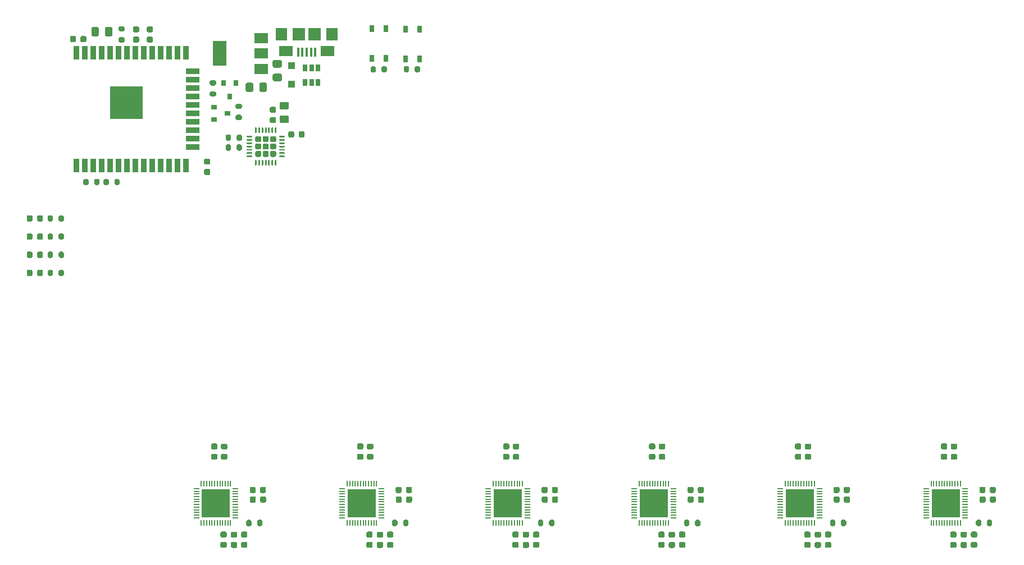
<source format=gbr>
%TF.GenerationSoftware,KiCad,Pcbnew,(5.1.7)-1*%
%TF.CreationDate,2021-01-23T13:14:39+03:00*%
%TF.ProjectId,LED_Cloud,4c45445f-436c-46f7-9564-2e6b69636164,rev?*%
%TF.SameCoordinates,Original*%
%TF.FileFunction,Paste,Bot*%
%TF.FilePolarity,Positive*%
%FSLAX46Y46*%
G04 Gerber Fmt 4.6, Leading zero omitted, Abs format (unit mm)*
G04 Created by KiCad (PCBNEW (5.1.7)-1) date 2021-01-23 13:14:39*
%MOMM*%
%LPD*%
G01*
G04 APERTURE LIST*
%ADD10C,0.152400*%
%ADD11R,5.000000X5.000000*%
%ADD12R,0.900000X2.000000*%
%ADD13R,2.000000X0.900000*%
%ADD14R,4.241800X4.241800*%
%ADD15R,0.203200X0.812800*%
%ADD16R,0.812800X0.203200*%
%ADD17R,0.700000X1.000000*%
%ADD18R,2.000000X1.500000*%
%ADD19R,2.000000X3.800000*%
%ADD20R,0.800000X0.900000*%
%ADD21R,0.900000X0.800000*%
%ADD22R,1.900000X1.900000*%
%ADD23R,1.800000X1.900000*%
%ADD24R,2.100000X1.600000*%
%ADD25R,0.400000X1.350000*%
%ADD26R,0.650000X1.060000*%
%ADD27R,1.100000X1.100000*%
G04 APERTURE END LIST*
D10*
%TO.C,U9*%
X155860900Y-109403034D02*
X154646966Y-109403034D01*
X155860900Y-108189100D02*
X155860900Y-109403034D01*
X154646966Y-108189100D02*
X155860900Y-108189100D01*
X154646966Y-109403034D02*
X154646966Y-108189100D01*
X155860900Y-110816967D02*
X154646966Y-110816967D01*
X155860900Y-109603033D02*
X155860900Y-110816967D01*
X154646966Y-109603033D02*
X155860900Y-109603033D01*
X154646966Y-110816967D02*
X154646966Y-109603033D01*
X155860900Y-112230900D02*
X154646966Y-112230900D01*
X155860900Y-111016966D02*
X155860900Y-112230900D01*
X154646966Y-111016966D02*
X155860900Y-111016966D01*
X154646966Y-112230900D02*
X154646966Y-111016966D01*
X154446967Y-109403034D02*
X153233033Y-109403034D01*
X154446967Y-108189100D02*
X154446967Y-109403034D01*
X153233033Y-108189100D02*
X154446967Y-108189100D01*
X153233033Y-109403034D02*
X153233033Y-108189100D01*
X154446967Y-110816967D02*
X153233033Y-110816967D01*
X154446967Y-109603033D02*
X154446967Y-110816967D01*
X153233033Y-109603033D02*
X154446967Y-109603033D01*
X153233033Y-110816967D02*
X153233033Y-109603033D01*
X154446967Y-112230900D02*
X153233033Y-112230900D01*
X154446967Y-111016966D02*
X154446967Y-112230900D01*
X153233033Y-111016966D02*
X154446967Y-111016966D01*
X153233033Y-112230900D02*
X153233033Y-111016966D01*
X153033034Y-109403034D02*
X151819100Y-109403034D01*
X153033034Y-108189100D02*
X153033034Y-109403034D01*
X151819100Y-108189100D02*
X153033034Y-108189100D01*
X151819100Y-109403034D02*
X151819100Y-108189100D01*
X153033034Y-110816967D02*
X151819100Y-110816967D01*
X153033034Y-109603033D02*
X153033034Y-110816967D01*
X151819100Y-109603033D02*
X153033034Y-109603033D01*
X151819100Y-110816967D02*
X151819100Y-109603033D01*
X153033034Y-112230900D02*
X151819100Y-112230900D01*
X153033034Y-111016966D02*
X153033034Y-112230900D01*
X151819100Y-111016966D02*
X153033034Y-111016966D01*
X151819100Y-112230900D02*
X151819100Y-111016966D01*
%TO.C,U8*%
X133860900Y-109403034D02*
X132646966Y-109403034D01*
X133860900Y-108189100D02*
X133860900Y-109403034D01*
X132646966Y-108189100D02*
X133860900Y-108189100D01*
X132646966Y-109403034D02*
X132646966Y-108189100D01*
X133860900Y-110816967D02*
X132646966Y-110816967D01*
X133860900Y-109603033D02*
X133860900Y-110816967D01*
X132646966Y-109603033D02*
X133860900Y-109603033D01*
X132646966Y-110816967D02*
X132646966Y-109603033D01*
X133860900Y-112230900D02*
X132646966Y-112230900D01*
X133860900Y-111016966D02*
X133860900Y-112230900D01*
X132646966Y-111016966D02*
X133860900Y-111016966D01*
X132646966Y-112230900D02*
X132646966Y-111016966D01*
X132446967Y-109403034D02*
X131233033Y-109403034D01*
X132446967Y-108189100D02*
X132446967Y-109403034D01*
X131233033Y-108189100D02*
X132446967Y-108189100D01*
X131233033Y-109403034D02*
X131233033Y-108189100D01*
X132446967Y-110816967D02*
X131233033Y-110816967D01*
X132446967Y-109603033D02*
X132446967Y-110816967D01*
X131233033Y-109603033D02*
X132446967Y-109603033D01*
X131233033Y-110816967D02*
X131233033Y-109603033D01*
X132446967Y-112230900D02*
X131233033Y-112230900D01*
X132446967Y-111016966D02*
X132446967Y-112230900D01*
X131233033Y-111016966D02*
X132446967Y-111016966D01*
X131233033Y-112230900D02*
X131233033Y-111016966D01*
X131033034Y-109403034D02*
X129819100Y-109403034D01*
X131033034Y-108189100D02*
X131033034Y-109403034D01*
X129819100Y-108189100D02*
X131033034Y-108189100D01*
X129819100Y-109403034D02*
X129819100Y-108189100D01*
X131033034Y-110816967D02*
X129819100Y-110816967D01*
X131033034Y-109603033D02*
X131033034Y-110816967D01*
X129819100Y-109603033D02*
X131033034Y-109603033D01*
X129819100Y-110816967D02*
X129819100Y-109603033D01*
X131033034Y-112230900D02*
X129819100Y-112230900D01*
X131033034Y-111016966D02*
X131033034Y-112230900D01*
X129819100Y-111016966D02*
X131033034Y-111016966D01*
X129819100Y-112230900D02*
X129819100Y-111016966D01*
%TO.C,U7*%
X111860900Y-109403034D02*
X110646966Y-109403034D01*
X111860900Y-108189100D02*
X111860900Y-109403034D01*
X110646966Y-108189100D02*
X111860900Y-108189100D01*
X110646966Y-109403034D02*
X110646966Y-108189100D01*
X111860900Y-110816967D02*
X110646966Y-110816967D01*
X111860900Y-109603033D02*
X111860900Y-110816967D01*
X110646966Y-109603033D02*
X111860900Y-109603033D01*
X110646966Y-110816967D02*
X110646966Y-109603033D01*
X111860900Y-112230900D02*
X110646966Y-112230900D01*
X111860900Y-111016966D02*
X111860900Y-112230900D01*
X110646966Y-111016966D02*
X111860900Y-111016966D01*
X110646966Y-112230900D02*
X110646966Y-111016966D01*
X110446967Y-109403034D02*
X109233033Y-109403034D01*
X110446967Y-108189100D02*
X110446967Y-109403034D01*
X109233033Y-108189100D02*
X110446967Y-108189100D01*
X109233033Y-109403034D02*
X109233033Y-108189100D01*
X110446967Y-110816967D02*
X109233033Y-110816967D01*
X110446967Y-109603033D02*
X110446967Y-110816967D01*
X109233033Y-109603033D02*
X110446967Y-109603033D01*
X109233033Y-110816967D02*
X109233033Y-109603033D01*
X110446967Y-112230900D02*
X109233033Y-112230900D01*
X110446967Y-111016966D02*
X110446967Y-112230900D01*
X109233033Y-111016966D02*
X110446967Y-111016966D01*
X109233033Y-112230900D02*
X109233033Y-111016966D01*
X109033034Y-109403034D02*
X107819100Y-109403034D01*
X109033034Y-108189100D02*
X109033034Y-109403034D01*
X107819100Y-108189100D02*
X109033034Y-108189100D01*
X107819100Y-109403034D02*
X107819100Y-108189100D01*
X109033034Y-110816967D02*
X107819100Y-110816967D01*
X109033034Y-109603033D02*
X109033034Y-110816967D01*
X107819100Y-109603033D02*
X109033034Y-109603033D01*
X107819100Y-110816967D02*
X107819100Y-109603033D01*
X109033034Y-112230900D02*
X107819100Y-112230900D01*
X109033034Y-111016966D02*
X109033034Y-112230900D01*
X107819100Y-111016966D02*
X109033034Y-111016966D01*
X107819100Y-112230900D02*
X107819100Y-111016966D01*
%TO.C,U6*%
X89860900Y-109403034D02*
X88646966Y-109403034D01*
X89860900Y-108189100D02*
X89860900Y-109403034D01*
X88646966Y-108189100D02*
X89860900Y-108189100D01*
X88646966Y-109403034D02*
X88646966Y-108189100D01*
X89860900Y-110816967D02*
X88646966Y-110816967D01*
X89860900Y-109603033D02*
X89860900Y-110816967D01*
X88646966Y-109603033D02*
X89860900Y-109603033D01*
X88646966Y-110816967D02*
X88646966Y-109603033D01*
X89860900Y-112230900D02*
X88646966Y-112230900D01*
X89860900Y-111016966D02*
X89860900Y-112230900D01*
X88646966Y-111016966D02*
X89860900Y-111016966D01*
X88646966Y-112230900D02*
X88646966Y-111016966D01*
X88446967Y-109403034D02*
X87233033Y-109403034D01*
X88446967Y-108189100D02*
X88446967Y-109403034D01*
X87233033Y-108189100D02*
X88446967Y-108189100D01*
X87233033Y-109403034D02*
X87233033Y-108189100D01*
X88446967Y-110816967D02*
X87233033Y-110816967D01*
X88446967Y-109603033D02*
X88446967Y-110816967D01*
X87233033Y-109603033D02*
X88446967Y-109603033D01*
X87233033Y-110816967D02*
X87233033Y-109603033D01*
X88446967Y-112230900D02*
X87233033Y-112230900D01*
X88446967Y-111016966D02*
X88446967Y-112230900D01*
X87233033Y-111016966D02*
X88446967Y-111016966D01*
X87233033Y-112230900D02*
X87233033Y-111016966D01*
X87033034Y-109403034D02*
X85819100Y-109403034D01*
X87033034Y-108189100D02*
X87033034Y-109403034D01*
X85819100Y-108189100D02*
X87033034Y-108189100D01*
X85819100Y-109403034D02*
X85819100Y-108189100D01*
X87033034Y-110816967D02*
X85819100Y-110816967D01*
X87033034Y-109603033D02*
X87033034Y-110816967D01*
X85819100Y-109603033D02*
X87033034Y-109603033D01*
X85819100Y-110816967D02*
X85819100Y-109603033D01*
X87033034Y-112230900D02*
X85819100Y-112230900D01*
X87033034Y-111016966D02*
X87033034Y-112230900D01*
X85819100Y-111016966D02*
X87033034Y-111016966D01*
X85819100Y-112230900D02*
X85819100Y-111016966D01*
%TO.C,U5*%
X67860900Y-109403034D02*
X66646966Y-109403034D01*
X67860900Y-108189100D02*
X67860900Y-109403034D01*
X66646966Y-108189100D02*
X67860900Y-108189100D01*
X66646966Y-109403034D02*
X66646966Y-108189100D01*
X67860900Y-110816967D02*
X66646966Y-110816967D01*
X67860900Y-109603033D02*
X67860900Y-110816967D01*
X66646966Y-109603033D02*
X67860900Y-109603033D01*
X66646966Y-110816967D02*
X66646966Y-109603033D01*
X67860900Y-112230900D02*
X66646966Y-112230900D01*
X67860900Y-111016966D02*
X67860900Y-112230900D01*
X66646966Y-111016966D02*
X67860900Y-111016966D01*
X66646966Y-112230900D02*
X66646966Y-111016966D01*
X66446967Y-109403034D02*
X65233033Y-109403034D01*
X66446967Y-108189100D02*
X66446967Y-109403034D01*
X65233033Y-108189100D02*
X66446967Y-108189100D01*
X65233033Y-109403034D02*
X65233033Y-108189100D01*
X66446967Y-110816967D02*
X65233033Y-110816967D01*
X66446967Y-109603033D02*
X66446967Y-110816967D01*
X65233033Y-109603033D02*
X66446967Y-109603033D01*
X65233033Y-110816967D02*
X65233033Y-109603033D01*
X66446967Y-112230900D02*
X65233033Y-112230900D01*
X66446967Y-111016966D02*
X66446967Y-112230900D01*
X65233033Y-111016966D02*
X66446967Y-111016966D01*
X65233033Y-112230900D02*
X65233033Y-111016966D01*
X65033034Y-109403034D02*
X63819100Y-109403034D01*
X65033034Y-108189100D02*
X65033034Y-109403034D01*
X63819100Y-108189100D02*
X65033034Y-108189100D01*
X63819100Y-109403034D02*
X63819100Y-108189100D01*
X65033034Y-110816967D02*
X63819100Y-110816967D01*
X65033034Y-109603033D02*
X65033034Y-110816967D01*
X63819100Y-109603033D02*
X65033034Y-109603033D01*
X63819100Y-110816967D02*
X63819100Y-109603033D01*
X65033034Y-112230900D02*
X63819100Y-112230900D01*
X65033034Y-111016966D02*
X65033034Y-112230900D01*
X63819100Y-111016966D02*
X65033034Y-111016966D01*
X63819100Y-112230900D02*
X63819100Y-111016966D01*
%TO.C,U4*%
X45860900Y-109403034D02*
X44646966Y-109403034D01*
X45860900Y-108189100D02*
X45860900Y-109403034D01*
X44646966Y-108189100D02*
X45860900Y-108189100D01*
X44646966Y-109403034D02*
X44646966Y-108189100D01*
X45860900Y-110816967D02*
X44646966Y-110816967D01*
X45860900Y-109603033D02*
X45860900Y-110816967D01*
X44646966Y-109603033D02*
X45860900Y-109603033D01*
X44646966Y-110816967D02*
X44646966Y-109603033D01*
X45860900Y-112230900D02*
X44646966Y-112230900D01*
X45860900Y-111016966D02*
X45860900Y-112230900D01*
X44646966Y-111016966D02*
X45860900Y-111016966D01*
X44646966Y-112230900D02*
X44646966Y-111016966D01*
X44446967Y-109403034D02*
X43233033Y-109403034D01*
X44446967Y-108189100D02*
X44446967Y-109403034D01*
X43233033Y-108189100D02*
X44446967Y-108189100D01*
X43233033Y-109403034D02*
X43233033Y-108189100D01*
X44446967Y-110816967D02*
X43233033Y-110816967D01*
X44446967Y-109603033D02*
X44446967Y-110816967D01*
X43233033Y-109603033D02*
X44446967Y-109603033D01*
X43233033Y-110816967D02*
X43233033Y-109603033D01*
X44446967Y-112230900D02*
X43233033Y-112230900D01*
X44446967Y-111016966D02*
X44446967Y-112230900D01*
X43233033Y-111016966D02*
X44446967Y-111016966D01*
X43233033Y-112230900D02*
X43233033Y-111016966D01*
X43033034Y-109403034D02*
X41819100Y-109403034D01*
X43033034Y-108189100D02*
X43033034Y-109403034D01*
X41819100Y-108189100D02*
X43033034Y-108189100D01*
X41819100Y-109403034D02*
X41819100Y-108189100D01*
X43033034Y-110816967D02*
X41819100Y-110816967D01*
X43033034Y-109603033D02*
X43033034Y-110816967D01*
X41819100Y-109603033D02*
X43033034Y-109603033D01*
X41819100Y-110816967D02*
X41819100Y-109603033D01*
X43033034Y-112230900D02*
X41819100Y-112230900D01*
X43033034Y-111016966D02*
X43033034Y-112230900D01*
X41819100Y-111016966D02*
X43033034Y-111016966D01*
X41819100Y-112230900D02*
X41819100Y-111016966D01*
%TD*%
D11*
%TO.C,U3*%
X30305000Y-49730000D03*
D12*
X22805000Y-42230000D03*
X24075000Y-42230000D03*
X25345000Y-42230000D03*
X26615000Y-42230000D03*
X27885000Y-42230000D03*
X29155000Y-42230000D03*
X30425000Y-42230000D03*
X31695000Y-42230000D03*
X32965000Y-42230000D03*
X34235000Y-42230000D03*
X35505000Y-42230000D03*
X36775000Y-42230000D03*
X38045000Y-42230000D03*
X39315000Y-42230000D03*
D13*
X40315000Y-45015000D03*
X40315000Y-46285000D03*
X40315000Y-47555000D03*
X40315000Y-48825000D03*
X40315000Y-50095000D03*
X40315000Y-51365000D03*
X40315000Y-52635000D03*
X40315000Y-53905000D03*
X40315000Y-55175000D03*
X40315000Y-56445000D03*
D12*
X39315000Y-59230000D03*
X38045000Y-59230000D03*
X36775000Y-59230000D03*
X35505000Y-59230000D03*
X34235000Y-59230000D03*
X32965000Y-59230000D03*
X31695000Y-59230000D03*
X30425000Y-59230000D03*
X29155000Y-59230000D03*
X27885000Y-59230000D03*
X26615000Y-59230000D03*
X25345000Y-59230000D03*
X24075000Y-59230000D03*
X22805000Y-59230000D03*
%TD*%
D14*
%TO.C,U9*%
X153840000Y-110210000D03*
D15*
X151639999Y-113156400D03*
X152040001Y-113156400D03*
X152440000Y-113156400D03*
X152839999Y-113156400D03*
X153240001Y-113156400D03*
X153640000Y-113156400D03*
X154040000Y-113156400D03*
X154439999Y-113156400D03*
X154840001Y-113156400D03*
X155240000Y-113156400D03*
X155639999Y-113156400D03*
X156040001Y-113156400D03*
D16*
X156786400Y-112410001D03*
X156786400Y-112009999D03*
X156786400Y-111610000D03*
X156786400Y-111210001D03*
X156786400Y-110809999D03*
X156786400Y-110410000D03*
X156786400Y-110010000D03*
X156786400Y-109610001D03*
X156786400Y-109209999D03*
X156786400Y-108810000D03*
X156786400Y-108410001D03*
X156786400Y-108009999D03*
D15*
X156040001Y-107263600D03*
X155639999Y-107263600D03*
X155240000Y-107263600D03*
X154840001Y-107263600D03*
X154439999Y-107263600D03*
X154040000Y-107263600D03*
X153640000Y-107263600D03*
X153240001Y-107263600D03*
X152839999Y-107263600D03*
X152440000Y-107263600D03*
X152040001Y-107263600D03*
X151639999Y-107263600D03*
D16*
X150893600Y-108009999D03*
X150893600Y-108410001D03*
X150893600Y-108810000D03*
X150893600Y-109209999D03*
X150893600Y-109610001D03*
X150893600Y-110010000D03*
X150893600Y-110410000D03*
X150893600Y-110809999D03*
X150893600Y-111210001D03*
X150893600Y-111610000D03*
X150893600Y-112009999D03*
X150893600Y-112410001D03*
%TD*%
D14*
%TO.C,U8*%
X131840000Y-110210000D03*
D15*
X129639999Y-113156400D03*
X130040001Y-113156400D03*
X130440000Y-113156400D03*
X130839999Y-113156400D03*
X131240001Y-113156400D03*
X131640000Y-113156400D03*
X132040000Y-113156400D03*
X132439999Y-113156400D03*
X132840001Y-113156400D03*
X133240000Y-113156400D03*
X133639999Y-113156400D03*
X134040001Y-113156400D03*
D16*
X134786400Y-112410001D03*
X134786400Y-112009999D03*
X134786400Y-111610000D03*
X134786400Y-111210001D03*
X134786400Y-110809999D03*
X134786400Y-110410000D03*
X134786400Y-110010000D03*
X134786400Y-109610001D03*
X134786400Y-109209999D03*
X134786400Y-108810000D03*
X134786400Y-108410001D03*
X134786400Y-108009999D03*
D15*
X134040001Y-107263600D03*
X133639999Y-107263600D03*
X133240000Y-107263600D03*
X132840001Y-107263600D03*
X132439999Y-107263600D03*
X132040000Y-107263600D03*
X131640000Y-107263600D03*
X131240001Y-107263600D03*
X130839999Y-107263600D03*
X130440000Y-107263600D03*
X130040001Y-107263600D03*
X129639999Y-107263600D03*
D16*
X128893600Y-108009999D03*
X128893600Y-108410001D03*
X128893600Y-108810000D03*
X128893600Y-109209999D03*
X128893600Y-109610001D03*
X128893600Y-110010000D03*
X128893600Y-110410000D03*
X128893600Y-110809999D03*
X128893600Y-111210001D03*
X128893600Y-111610000D03*
X128893600Y-112009999D03*
X128893600Y-112410001D03*
%TD*%
D14*
%TO.C,U7*%
X109840000Y-110210000D03*
D15*
X107639999Y-113156400D03*
X108040001Y-113156400D03*
X108440000Y-113156400D03*
X108839999Y-113156400D03*
X109240001Y-113156400D03*
X109640000Y-113156400D03*
X110040000Y-113156400D03*
X110439999Y-113156400D03*
X110840001Y-113156400D03*
X111240000Y-113156400D03*
X111639999Y-113156400D03*
X112040001Y-113156400D03*
D16*
X112786400Y-112410001D03*
X112786400Y-112009999D03*
X112786400Y-111610000D03*
X112786400Y-111210001D03*
X112786400Y-110809999D03*
X112786400Y-110410000D03*
X112786400Y-110010000D03*
X112786400Y-109610001D03*
X112786400Y-109209999D03*
X112786400Y-108810000D03*
X112786400Y-108410001D03*
X112786400Y-108009999D03*
D15*
X112040001Y-107263600D03*
X111639999Y-107263600D03*
X111240000Y-107263600D03*
X110840001Y-107263600D03*
X110439999Y-107263600D03*
X110040000Y-107263600D03*
X109640000Y-107263600D03*
X109240001Y-107263600D03*
X108839999Y-107263600D03*
X108440000Y-107263600D03*
X108040001Y-107263600D03*
X107639999Y-107263600D03*
D16*
X106893600Y-108009999D03*
X106893600Y-108410001D03*
X106893600Y-108810000D03*
X106893600Y-109209999D03*
X106893600Y-109610001D03*
X106893600Y-110010000D03*
X106893600Y-110410000D03*
X106893600Y-110809999D03*
X106893600Y-111210001D03*
X106893600Y-111610000D03*
X106893600Y-112009999D03*
X106893600Y-112410001D03*
%TD*%
D14*
%TO.C,U6*%
X87840000Y-110210000D03*
D15*
X85639999Y-113156400D03*
X86040001Y-113156400D03*
X86440000Y-113156400D03*
X86839999Y-113156400D03*
X87240001Y-113156400D03*
X87640000Y-113156400D03*
X88040000Y-113156400D03*
X88439999Y-113156400D03*
X88840001Y-113156400D03*
X89240000Y-113156400D03*
X89639999Y-113156400D03*
X90040001Y-113156400D03*
D16*
X90786400Y-112410001D03*
X90786400Y-112009999D03*
X90786400Y-111610000D03*
X90786400Y-111210001D03*
X90786400Y-110809999D03*
X90786400Y-110410000D03*
X90786400Y-110010000D03*
X90786400Y-109610001D03*
X90786400Y-109209999D03*
X90786400Y-108810000D03*
X90786400Y-108410001D03*
X90786400Y-108009999D03*
D15*
X90040001Y-107263600D03*
X89639999Y-107263600D03*
X89240000Y-107263600D03*
X88840001Y-107263600D03*
X88439999Y-107263600D03*
X88040000Y-107263600D03*
X87640000Y-107263600D03*
X87240001Y-107263600D03*
X86839999Y-107263600D03*
X86440000Y-107263600D03*
X86040001Y-107263600D03*
X85639999Y-107263600D03*
D16*
X84893600Y-108009999D03*
X84893600Y-108410001D03*
X84893600Y-108810000D03*
X84893600Y-109209999D03*
X84893600Y-109610001D03*
X84893600Y-110010000D03*
X84893600Y-110410000D03*
X84893600Y-110809999D03*
X84893600Y-111210001D03*
X84893600Y-111610000D03*
X84893600Y-112009999D03*
X84893600Y-112410001D03*
%TD*%
D14*
%TO.C,U5*%
X65840000Y-110210000D03*
D15*
X63639999Y-113156400D03*
X64040001Y-113156400D03*
X64440000Y-113156400D03*
X64839999Y-113156400D03*
X65240001Y-113156400D03*
X65640000Y-113156400D03*
X66040000Y-113156400D03*
X66439999Y-113156400D03*
X66840001Y-113156400D03*
X67240000Y-113156400D03*
X67639999Y-113156400D03*
X68040001Y-113156400D03*
D16*
X68786400Y-112410001D03*
X68786400Y-112009999D03*
X68786400Y-111610000D03*
X68786400Y-111210001D03*
X68786400Y-110809999D03*
X68786400Y-110410000D03*
X68786400Y-110010000D03*
X68786400Y-109610001D03*
X68786400Y-109209999D03*
X68786400Y-108810000D03*
X68786400Y-108410001D03*
X68786400Y-108009999D03*
D15*
X68040001Y-107263600D03*
X67639999Y-107263600D03*
X67240000Y-107263600D03*
X66840001Y-107263600D03*
X66439999Y-107263600D03*
X66040000Y-107263600D03*
X65640000Y-107263600D03*
X65240001Y-107263600D03*
X64839999Y-107263600D03*
X64440000Y-107263600D03*
X64040001Y-107263600D03*
X63639999Y-107263600D03*
D16*
X62893600Y-108009999D03*
X62893600Y-108410001D03*
X62893600Y-108810000D03*
X62893600Y-109209999D03*
X62893600Y-109610001D03*
X62893600Y-110010000D03*
X62893600Y-110410000D03*
X62893600Y-110809999D03*
X62893600Y-111210001D03*
X62893600Y-111610000D03*
X62893600Y-112009999D03*
X62893600Y-112410001D03*
%TD*%
D14*
%TO.C,U4*%
X43840000Y-110210000D03*
D15*
X41639999Y-113156400D03*
X42040001Y-113156400D03*
X42440000Y-113156400D03*
X42839999Y-113156400D03*
X43240001Y-113156400D03*
X43640000Y-113156400D03*
X44040000Y-113156400D03*
X44439999Y-113156400D03*
X44840001Y-113156400D03*
X45240000Y-113156400D03*
X45639999Y-113156400D03*
X46040001Y-113156400D03*
D16*
X46786400Y-112410001D03*
X46786400Y-112009999D03*
X46786400Y-111610000D03*
X46786400Y-111210001D03*
X46786400Y-110809999D03*
X46786400Y-110410000D03*
X46786400Y-110010000D03*
X46786400Y-109610001D03*
X46786400Y-109209999D03*
X46786400Y-108810000D03*
X46786400Y-108410001D03*
X46786400Y-108009999D03*
D15*
X46040001Y-107263600D03*
X45639999Y-107263600D03*
X45240000Y-107263600D03*
X44840001Y-107263600D03*
X44439999Y-107263600D03*
X44040000Y-107263600D03*
X43640000Y-107263600D03*
X43240001Y-107263600D03*
X42839999Y-107263600D03*
X42440000Y-107263600D03*
X42040001Y-107263600D03*
X41639999Y-107263600D03*
D16*
X40893600Y-108009999D03*
X40893600Y-108410001D03*
X40893600Y-108810000D03*
X40893600Y-109209999D03*
X40893600Y-109610001D03*
X40893600Y-110010000D03*
X40893600Y-110410000D03*
X40893600Y-110809999D03*
X40893600Y-111210001D03*
X40893600Y-111610000D03*
X40893600Y-112009999D03*
X40893600Y-112410001D03*
%TD*%
D17*
%TO.C,SW2*%
X67325000Y-38570000D03*
X67325000Y-43070000D03*
X69475000Y-38570000D03*
X69475000Y-43070000D03*
%TD*%
%TO.C,SW1*%
X72395000Y-38680000D03*
X72395000Y-43180000D03*
X74545000Y-38680000D03*
X74545000Y-43180000D03*
%TD*%
%TO.C,R17*%
G36*
G01*
X67955000Y-44475000D02*
X67955000Y-45025000D01*
G75*
G02*
X67755000Y-45225000I-200000J0D01*
G01*
X67355000Y-45225000D01*
G75*
G02*
X67155000Y-45025000I0J200000D01*
G01*
X67155000Y-44475000D01*
G75*
G02*
X67355000Y-44275000I200000J0D01*
G01*
X67755000Y-44275000D01*
G75*
G02*
X67955000Y-44475000I0J-200000D01*
G01*
G37*
G36*
G01*
X69605000Y-44475000D02*
X69605000Y-45025000D01*
G75*
G02*
X69405000Y-45225000I-200000J0D01*
G01*
X69005000Y-45225000D01*
G75*
G02*
X68805000Y-45025000I0J200000D01*
G01*
X68805000Y-44475000D01*
G75*
G02*
X69005000Y-44275000I200000J0D01*
G01*
X69405000Y-44275000D01*
G75*
G02*
X69605000Y-44475000I0J-200000D01*
G01*
G37*
%TD*%
%TO.C,R16*%
G36*
G01*
X72955000Y-44445000D02*
X72955000Y-44995000D01*
G75*
G02*
X72755000Y-45195000I-200000J0D01*
G01*
X72355000Y-45195000D01*
G75*
G02*
X72155000Y-44995000I0J200000D01*
G01*
X72155000Y-44445000D01*
G75*
G02*
X72355000Y-44245000I200000J0D01*
G01*
X72755000Y-44245000D01*
G75*
G02*
X72955000Y-44445000I0J-200000D01*
G01*
G37*
G36*
G01*
X74605000Y-44445000D02*
X74605000Y-44995000D01*
G75*
G02*
X74405000Y-45195000I-200000J0D01*
G01*
X74005000Y-45195000D01*
G75*
G02*
X73805000Y-44995000I0J200000D01*
G01*
X73805000Y-44445000D01*
G75*
G02*
X74005000Y-44245000I200000J0D01*
G01*
X74405000Y-44245000D01*
G75*
G02*
X74605000Y-44445000I0J-200000D01*
G01*
G37*
%TD*%
%TO.C,C52*%
G36*
G01*
X42270000Y-59775000D02*
X42770000Y-59775000D01*
G75*
G02*
X42995000Y-60000000I0J-225000D01*
G01*
X42995000Y-60450000D01*
G75*
G02*
X42770000Y-60675000I-225000J0D01*
G01*
X42270000Y-60675000D01*
G75*
G02*
X42045000Y-60450000I0J225000D01*
G01*
X42045000Y-60000000D01*
G75*
G02*
X42270000Y-59775000I225000J0D01*
G01*
G37*
G36*
G01*
X42270000Y-58225000D02*
X42770000Y-58225000D01*
G75*
G02*
X42995000Y-58450000I0J-225000D01*
G01*
X42995000Y-58900000D01*
G75*
G02*
X42770000Y-59125000I-225000J0D01*
G01*
X42270000Y-59125000D01*
G75*
G02*
X42045000Y-58900000I0J225000D01*
G01*
X42045000Y-58450000D01*
G75*
G02*
X42270000Y-58225000I225000J0D01*
G01*
G37*
%TD*%
%TO.C,C51*%
G36*
G01*
X34130000Y-39155000D02*
X33630000Y-39155000D01*
G75*
G02*
X33405000Y-38930000I0J225000D01*
G01*
X33405000Y-38480000D01*
G75*
G02*
X33630000Y-38255000I225000J0D01*
G01*
X34130000Y-38255000D01*
G75*
G02*
X34355000Y-38480000I0J-225000D01*
G01*
X34355000Y-38930000D01*
G75*
G02*
X34130000Y-39155000I-225000J0D01*
G01*
G37*
G36*
G01*
X34130000Y-40705000D02*
X33630000Y-40705000D01*
G75*
G02*
X33405000Y-40480000I0J225000D01*
G01*
X33405000Y-40030000D01*
G75*
G02*
X33630000Y-39805000I225000J0D01*
G01*
X34130000Y-39805000D01*
G75*
G02*
X34355000Y-40030000I0J-225000D01*
G01*
X34355000Y-40480000D01*
G75*
G02*
X34130000Y-40705000I-225000J0D01*
G01*
G37*
%TD*%
%TO.C,R14*%
G36*
G01*
X20125000Y-67515000D02*
X20125000Y-66965000D01*
G75*
G02*
X20325000Y-66765000I200000J0D01*
G01*
X20725000Y-66765000D01*
G75*
G02*
X20925000Y-66965000I0J-200000D01*
G01*
X20925000Y-67515000D01*
G75*
G02*
X20725000Y-67715000I-200000J0D01*
G01*
X20325000Y-67715000D01*
G75*
G02*
X20125000Y-67515000I0J200000D01*
G01*
G37*
G36*
G01*
X18475000Y-67515000D02*
X18475000Y-66965000D01*
G75*
G02*
X18675000Y-66765000I200000J0D01*
G01*
X19075000Y-66765000D01*
G75*
G02*
X19275000Y-66965000I0J-200000D01*
G01*
X19275000Y-67515000D01*
G75*
G02*
X19075000Y-67715000I-200000J0D01*
G01*
X18675000Y-67715000D01*
G75*
G02*
X18475000Y-67515000I0J200000D01*
G01*
G37*
%TD*%
%TO.C,R13*%
G36*
G01*
X20125000Y-70255000D02*
X20125000Y-69705000D01*
G75*
G02*
X20325000Y-69505000I200000J0D01*
G01*
X20725000Y-69505000D01*
G75*
G02*
X20925000Y-69705000I0J-200000D01*
G01*
X20925000Y-70255000D01*
G75*
G02*
X20725000Y-70455000I-200000J0D01*
G01*
X20325000Y-70455000D01*
G75*
G02*
X20125000Y-70255000I0J200000D01*
G01*
G37*
G36*
G01*
X18475000Y-70255000D02*
X18475000Y-69705000D01*
G75*
G02*
X18675000Y-69505000I200000J0D01*
G01*
X19075000Y-69505000D01*
G75*
G02*
X19275000Y-69705000I0J-200000D01*
G01*
X19275000Y-70255000D01*
G75*
G02*
X19075000Y-70455000I-200000J0D01*
G01*
X18675000Y-70455000D01*
G75*
G02*
X18475000Y-70255000I0J200000D01*
G01*
G37*
%TD*%
%TO.C,R12*%
G36*
G01*
X20125000Y-72995000D02*
X20125000Y-72445000D01*
G75*
G02*
X20325000Y-72245000I200000J0D01*
G01*
X20725000Y-72245000D01*
G75*
G02*
X20925000Y-72445000I0J-200000D01*
G01*
X20925000Y-72995000D01*
G75*
G02*
X20725000Y-73195000I-200000J0D01*
G01*
X20325000Y-73195000D01*
G75*
G02*
X20125000Y-72995000I0J200000D01*
G01*
G37*
G36*
G01*
X18475000Y-72995000D02*
X18475000Y-72445000D01*
G75*
G02*
X18675000Y-72245000I200000J0D01*
G01*
X19075000Y-72245000D01*
G75*
G02*
X19275000Y-72445000I0J-200000D01*
G01*
X19275000Y-72995000D01*
G75*
G02*
X19075000Y-73195000I-200000J0D01*
G01*
X18675000Y-73195000D01*
G75*
G02*
X18475000Y-72995000I0J200000D01*
G01*
G37*
%TD*%
%TO.C,R11*%
G36*
G01*
X20125000Y-75735000D02*
X20125000Y-75185000D01*
G75*
G02*
X20325000Y-74985000I200000J0D01*
G01*
X20725000Y-74985000D01*
G75*
G02*
X20925000Y-75185000I0J-200000D01*
G01*
X20925000Y-75735000D01*
G75*
G02*
X20725000Y-75935000I-200000J0D01*
G01*
X20325000Y-75935000D01*
G75*
G02*
X20125000Y-75735000I0J200000D01*
G01*
G37*
G36*
G01*
X18475000Y-75735000D02*
X18475000Y-75185000D01*
G75*
G02*
X18675000Y-74985000I200000J0D01*
G01*
X19075000Y-74985000D01*
G75*
G02*
X19275000Y-75185000I0J-200000D01*
G01*
X19275000Y-75735000D01*
G75*
G02*
X19075000Y-75935000I-200000J0D01*
G01*
X18675000Y-75935000D01*
G75*
G02*
X18475000Y-75735000I0J200000D01*
G01*
G37*
%TD*%
%TO.C,D6*%
G36*
G01*
X16890000Y-67496250D02*
X16890000Y-66983750D01*
G75*
G02*
X17108750Y-66765000I218750J0D01*
G01*
X17546250Y-66765000D01*
G75*
G02*
X17765000Y-66983750I0J-218750D01*
G01*
X17765000Y-67496250D01*
G75*
G02*
X17546250Y-67715000I-218750J0D01*
G01*
X17108750Y-67715000D01*
G75*
G02*
X16890000Y-67496250I0J218750D01*
G01*
G37*
G36*
G01*
X15315000Y-67496250D02*
X15315000Y-66983750D01*
G75*
G02*
X15533750Y-66765000I218750J0D01*
G01*
X15971250Y-66765000D01*
G75*
G02*
X16190000Y-66983750I0J-218750D01*
G01*
X16190000Y-67496250D01*
G75*
G02*
X15971250Y-67715000I-218750J0D01*
G01*
X15533750Y-67715000D01*
G75*
G02*
X15315000Y-67496250I0J218750D01*
G01*
G37*
%TD*%
%TO.C,D5*%
G36*
G01*
X16890000Y-70236250D02*
X16890000Y-69723750D01*
G75*
G02*
X17108750Y-69505000I218750J0D01*
G01*
X17546250Y-69505000D01*
G75*
G02*
X17765000Y-69723750I0J-218750D01*
G01*
X17765000Y-70236250D01*
G75*
G02*
X17546250Y-70455000I-218750J0D01*
G01*
X17108750Y-70455000D01*
G75*
G02*
X16890000Y-70236250I0J218750D01*
G01*
G37*
G36*
G01*
X15315000Y-70236250D02*
X15315000Y-69723750D01*
G75*
G02*
X15533750Y-69505000I218750J0D01*
G01*
X15971250Y-69505000D01*
G75*
G02*
X16190000Y-69723750I0J-218750D01*
G01*
X16190000Y-70236250D01*
G75*
G02*
X15971250Y-70455000I-218750J0D01*
G01*
X15533750Y-70455000D01*
G75*
G02*
X15315000Y-70236250I0J218750D01*
G01*
G37*
%TD*%
%TO.C,D4*%
G36*
G01*
X16890000Y-72976250D02*
X16890000Y-72463750D01*
G75*
G02*
X17108750Y-72245000I218750J0D01*
G01*
X17546250Y-72245000D01*
G75*
G02*
X17765000Y-72463750I0J-218750D01*
G01*
X17765000Y-72976250D01*
G75*
G02*
X17546250Y-73195000I-218750J0D01*
G01*
X17108750Y-73195000D01*
G75*
G02*
X16890000Y-72976250I0J218750D01*
G01*
G37*
G36*
G01*
X15315000Y-72976250D02*
X15315000Y-72463750D01*
G75*
G02*
X15533750Y-72245000I218750J0D01*
G01*
X15971250Y-72245000D01*
G75*
G02*
X16190000Y-72463750I0J-218750D01*
G01*
X16190000Y-72976250D01*
G75*
G02*
X15971250Y-73195000I-218750J0D01*
G01*
X15533750Y-73195000D01*
G75*
G02*
X15315000Y-72976250I0J218750D01*
G01*
G37*
%TD*%
%TO.C,D3*%
G36*
G01*
X16890000Y-75716250D02*
X16890000Y-75203750D01*
G75*
G02*
X17108750Y-74985000I218750J0D01*
G01*
X17546250Y-74985000D01*
G75*
G02*
X17765000Y-75203750I0J-218750D01*
G01*
X17765000Y-75716250D01*
G75*
G02*
X17546250Y-75935000I-218750J0D01*
G01*
X17108750Y-75935000D01*
G75*
G02*
X16890000Y-75716250I0J218750D01*
G01*
G37*
G36*
G01*
X15315000Y-75716250D02*
X15315000Y-75203750D01*
G75*
G02*
X15533750Y-74985000I218750J0D01*
G01*
X15971250Y-74985000D01*
G75*
G02*
X16190000Y-75203750I0J-218750D01*
G01*
X16190000Y-75716250D01*
G75*
G02*
X15971250Y-75935000I-218750J0D01*
G01*
X15533750Y-75935000D01*
G75*
G02*
X15315000Y-75716250I0J218750D01*
G01*
G37*
%TD*%
%TO.C,U2*%
G36*
G01*
X52235000Y-57050000D02*
X52685000Y-57050000D01*
G75*
G02*
X52910000Y-57275000I0J-225000D01*
G01*
X52910000Y-57725000D01*
G75*
G02*
X52685000Y-57950000I-225000J0D01*
G01*
X52235000Y-57950000D01*
G75*
G02*
X52010000Y-57725000I0J225000D01*
G01*
X52010000Y-57275000D01*
G75*
G02*
X52235000Y-57050000I225000J0D01*
G01*
G37*
G36*
G01*
X51115000Y-57050000D02*
X51565000Y-57050000D01*
G75*
G02*
X51790000Y-57275000I0J-225000D01*
G01*
X51790000Y-57725000D01*
G75*
G02*
X51565000Y-57950000I-225000J0D01*
G01*
X51115000Y-57950000D01*
G75*
G02*
X50890000Y-57725000I0J225000D01*
G01*
X50890000Y-57275000D01*
G75*
G02*
X51115000Y-57050000I225000J0D01*
G01*
G37*
G36*
G01*
X49995000Y-57050000D02*
X50445000Y-57050000D01*
G75*
G02*
X50670000Y-57275000I0J-225000D01*
G01*
X50670000Y-57725000D01*
G75*
G02*
X50445000Y-57950000I-225000J0D01*
G01*
X49995000Y-57950000D01*
G75*
G02*
X49770000Y-57725000I0J225000D01*
G01*
X49770000Y-57275000D01*
G75*
G02*
X49995000Y-57050000I225000J0D01*
G01*
G37*
G36*
G01*
X52235000Y-55930000D02*
X52685000Y-55930000D01*
G75*
G02*
X52910000Y-56155000I0J-225000D01*
G01*
X52910000Y-56605000D01*
G75*
G02*
X52685000Y-56830000I-225000J0D01*
G01*
X52235000Y-56830000D01*
G75*
G02*
X52010000Y-56605000I0J225000D01*
G01*
X52010000Y-56155000D01*
G75*
G02*
X52235000Y-55930000I225000J0D01*
G01*
G37*
G36*
G01*
X51115000Y-55930000D02*
X51565000Y-55930000D01*
G75*
G02*
X51790000Y-56155000I0J-225000D01*
G01*
X51790000Y-56605000D01*
G75*
G02*
X51565000Y-56830000I-225000J0D01*
G01*
X51115000Y-56830000D01*
G75*
G02*
X50890000Y-56605000I0J225000D01*
G01*
X50890000Y-56155000D01*
G75*
G02*
X51115000Y-55930000I225000J0D01*
G01*
G37*
G36*
G01*
X49995000Y-55930000D02*
X50445000Y-55930000D01*
G75*
G02*
X50670000Y-56155000I0J-225000D01*
G01*
X50670000Y-56605000D01*
G75*
G02*
X50445000Y-56830000I-225000J0D01*
G01*
X49995000Y-56830000D01*
G75*
G02*
X49770000Y-56605000I0J225000D01*
G01*
X49770000Y-56155000D01*
G75*
G02*
X49995000Y-55930000I225000J0D01*
G01*
G37*
G36*
G01*
X52235000Y-54810000D02*
X52685000Y-54810000D01*
G75*
G02*
X52910000Y-55035000I0J-225000D01*
G01*
X52910000Y-55485000D01*
G75*
G02*
X52685000Y-55710000I-225000J0D01*
G01*
X52235000Y-55710000D01*
G75*
G02*
X52010000Y-55485000I0J225000D01*
G01*
X52010000Y-55035000D01*
G75*
G02*
X52235000Y-54810000I225000J0D01*
G01*
G37*
G36*
G01*
X51115000Y-54810000D02*
X51565000Y-54810000D01*
G75*
G02*
X51790000Y-55035000I0J-225000D01*
G01*
X51790000Y-55485000D01*
G75*
G02*
X51565000Y-55710000I-225000J0D01*
G01*
X51115000Y-55710000D01*
G75*
G02*
X50890000Y-55485000I0J225000D01*
G01*
X50890000Y-55035000D01*
G75*
G02*
X51115000Y-54810000I225000J0D01*
G01*
G37*
G36*
G01*
X49995000Y-54810000D02*
X50445000Y-54810000D01*
G75*
G02*
X50670000Y-55035000I0J-225000D01*
G01*
X50670000Y-55485000D01*
G75*
G02*
X50445000Y-55710000I-225000J0D01*
G01*
X49995000Y-55710000D01*
G75*
G02*
X49770000Y-55485000I0J225000D01*
G01*
X49770000Y-55035000D01*
G75*
G02*
X49995000Y-54810000I225000J0D01*
G01*
G37*
G36*
G01*
X48552500Y-54755000D02*
X49227500Y-54755000D01*
G75*
G02*
X49290000Y-54817500I0J-62500D01*
G01*
X49290000Y-54942500D01*
G75*
G02*
X49227500Y-55005000I-62500J0D01*
G01*
X48552500Y-55005000D01*
G75*
G02*
X48490000Y-54942500I0J62500D01*
G01*
X48490000Y-54817500D01*
G75*
G02*
X48552500Y-54755000I62500J0D01*
G01*
G37*
G36*
G01*
X48552500Y-55255000D02*
X49227500Y-55255000D01*
G75*
G02*
X49290000Y-55317500I0J-62500D01*
G01*
X49290000Y-55442500D01*
G75*
G02*
X49227500Y-55505000I-62500J0D01*
G01*
X48552500Y-55505000D01*
G75*
G02*
X48490000Y-55442500I0J62500D01*
G01*
X48490000Y-55317500D01*
G75*
G02*
X48552500Y-55255000I62500J0D01*
G01*
G37*
G36*
G01*
X48552500Y-55755000D02*
X49227500Y-55755000D01*
G75*
G02*
X49290000Y-55817500I0J-62500D01*
G01*
X49290000Y-55942500D01*
G75*
G02*
X49227500Y-56005000I-62500J0D01*
G01*
X48552500Y-56005000D01*
G75*
G02*
X48490000Y-55942500I0J62500D01*
G01*
X48490000Y-55817500D01*
G75*
G02*
X48552500Y-55755000I62500J0D01*
G01*
G37*
G36*
G01*
X48552500Y-56255000D02*
X49227500Y-56255000D01*
G75*
G02*
X49290000Y-56317500I0J-62500D01*
G01*
X49290000Y-56442500D01*
G75*
G02*
X49227500Y-56505000I-62500J0D01*
G01*
X48552500Y-56505000D01*
G75*
G02*
X48490000Y-56442500I0J62500D01*
G01*
X48490000Y-56317500D01*
G75*
G02*
X48552500Y-56255000I62500J0D01*
G01*
G37*
G36*
G01*
X48552500Y-56755000D02*
X49227500Y-56755000D01*
G75*
G02*
X49290000Y-56817500I0J-62500D01*
G01*
X49290000Y-56942500D01*
G75*
G02*
X49227500Y-57005000I-62500J0D01*
G01*
X48552500Y-57005000D01*
G75*
G02*
X48490000Y-56942500I0J62500D01*
G01*
X48490000Y-56817500D01*
G75*
G02*
X48552500Y-56755000I62500J0D01*
G01*
G37*
G36*
G01*
X48552500Y-57255000D02*
X49227500Y-57255000D01*
G75*
G02*
X49290000Y-57317500I0J-62500D01*
G01*
X49290000Y-57442500D01*
G75*
G02*
X49227500Y-57505000I-62500J0D01*
G01*
X48552500Y-57505000D01*
G75*
G02*
X48490000Y-57442500I0J62500D01*
G01*
X48490000Y-57317500D01*
G75*
G02*
X48552500Y-57255000I62500J0D01*
G01*
G37*
G36*
G01*
X48552500Y-57755000D02*
X49227500Y-57755000D01*
G75*
G02*
X49290000Y-57817500I0J-62500D01*
G01*
X49290000Y-57942500D01*
G75*
G02*
X49227500Y-58005000I-62500J0D01*
G01*
X48552500Y-58005000D01*
G75*
G02*
X48490000Y-57942500I0J62500D01*
G01*
X48490000Y-57817500D01*
G75*
G02*
X48552500Y-57755000I62500J0D01*
G01*
G37*
G36*
G01*
X49777500Y-58430000D02*
X49902500Y-58430000D01*
G75*
G02*
X49965000Y-58492500I0J-62500D01*
G01*
X49965000Y-59167500D01*
G75*
G02*
X49902500Y-59230000I-62500J0D01*
G01*
X49777500Y-59230000D01*
G75*
G02*
X49715000Y-59167500I0J62500D01*
G01*
X49715000Y-58492500D01*
G75*
G02*
X49777500Y-58430000I62500J0D01*
G01*
G37*
G36*
G01*
X50277500Y-58430000D02*
X50402500Y-58430000D01*
G75*
G02*
X50465000Y-58492500I0J-62500D01*
G01*
X50465000Y-59167500D01*
G75*
G02*
X50402500Y-59230000I-62500J0D01*
G01*
X50277500Y-59230000D01*
G75*
G02*
X50215000Y-59167500I0J62500D01*
G01*
X50215000Y-58492500D01*
G75*
G02*
X50277500Y-58430000I62500J0D01*
G01*
G37*
G36*
G01*
X50777500Y-58430000D02*
X50902500Y-58430000D01*
G75*
G02*
X50965000Y-58492500I0J-62500D01*
G01*
X50965000Y-59167500D01*
G75*
G02*
X50902500Y-59230000I-62500J0D01*
G01*
X50777500Y-59230000D01*
G75*
G02*
X50715000Y-59167500I0J62500D01*
G01*
X50715000Y-58492500D01*
G75*
G02*
X50777500Y-58430000I62500J0D01*
G01*
G37*
G36*
G01*
X51277500Y-58430000D02*
X51402500Y-58430000D01*
G75*
G02*
X51465000Y-58492500I0J-62500D01*
G01*
X51465000Y-59167500D01*
G75*
G02*
X51402500Y-59230000I-62500J0D01*
G01*
X51277500Y-59230000D01*
G75*
G02*
X51215000Y-59167500I0J62500D01*
G01*
X51215000Y-58492500D01*
G75*
G02*
X51277500Y-58430000I62500J0D01*
G01*
G37*
G36*
G01*
X51777500Y-58430000D02*
X51902500Y-58430000D01*
G75*
G02*
X51965000Y-58492500I0J-62500D01*
G01*
X51965000Y-59167500D01*
G75*
G02*
X51902500Y-59230000I-62500J0D01*
G01*
X51777500Y-59230000D01*
G75*
G02*
X51715000Y-59167500I0J62500D01*
G01*
X51715000Y-58492500D01*
G75*
G02*
X51777500Y-58430000I62500J0D01*
G01*
G37*
G36*
G01*
X52277500Y-58430000D02*
X52402500Y-58430000D01*
G75*
G02*
X52465000Y-58492500I0J-62500D01*
G01*
X52465000Y-59167500D01*
G75*
G02*
X52402500Y-59230000I-62500J0D01*
G01*
X52277500Y-59230000D01*
G75*
G02*
X52215000Y-59167500I0J62500D01*
G01*
X52215000Y-58492500D01*
G75*
G02*
X52277500Y-58430000I62500J0D01*
G01*
G37*
G36*
G01*
X52777500Y-58430000D02*
X52902500Y-58430000D01*
G75*
G02*
X52965000Y-58492500I0J-62500D01*
G01*
X52965000Y-59167500D01*
G75*
G02*
X52902500Y-59230000I-62500J0D01*
G01*
X52777500Y-59230000D01*
G75*
G02*
X52715000Y-59167500I0J62500D01*
G01*
X52715000Y-58492500D01*
G75*
G02*
X52777500Y-58430000I62500J0D01*
G01*
G37*
G36*
G01*
X53452500Y-57755000D02*
X54127500Y-57755000D01*
G75*
G02*
X54190000Y-57817500I0J-62500D01*
G01*
X54190000Y-57942500D01*
G75*
G02*
X54127500Y-58005000I-62500J0D01*
G01*
X53452500Y-58005000D01*
G75*
G02*
X53390000Y-57942500I0J62500D01*
G01*
X53390000Y-57817500D01*
G75*
G02*
X53452500Y-57755000I62500J0D01*
G01*
G37*
G36*
G01*
X53452500Y-57255000D02*
X54127500Y-57255000D01*
G75*
G02*
X54190000Y-57317500I0J-62500D01*
G01*
X54190000Y-57442500D01*
G75*
G02*
X54127500Y-57505000I-62500J0D01*
G01*
X53452500Y-57505000D01*
G75*
G02*
X53390000Y-57442500I0J62500D01*
G01*
X53390000Y-57317500D01*
G75*
G02*
X53452500Y-57255000I62500J0D01*
G01*
G37*
G36*
G01*
X53452500Y-56755000D02*
X54127500Y-56755000D01*
G75*
G02*
X54190000Y-56817500I0J-62500D01*
G01*
X54190000Y-56942500D01*
G75*
G02*
X54127500Y-57005000I-62500J0D01*
G01*
X53452500Y-57005000D01*
G75*
G02*
X53390000Y-56942500I0J62500D01*
G01*
X53390000Y-56817500D01*
G75*
G02*
X53452500Y-56755000I62500J0D01*
G01*
G37*
G36*
G01*
X53452500Y-56255000D02*
X54127500Y-56255000D01*
G75*
G02*
X54190000Y-56317500I0J-62500D01*
G01*
X54190000Y-56442500D01*
G75*
G02*
X54127500Y-56505000I-62500J0D01*
G01*
X53452500Y-56505000D01*
G75*
G02*
X53390000Y-56442500I0J62500D01*
G01*
X53390000Y-56317500D01*
G75*
G02*
X53452500Y-56255000I62500J0D01*
G01*
G37*
G36*
G01*
X53452500Y-55755000D02*
X54127500Y-55755000D01*
G75*
G02*
X54190000Y-55817500I0J-62500D01*
G01*
X54190000Y-55942500D01*
G75*
G02*
X54127500Y-56005000I-62500J0D01*
G01*
X53452500Y-56005000D01*
G75*
G02*
X53390000Y-55942500I0J62500D01*
G01*
X53390000Y-55817500D01*
G75*
G02*
X53452500Y-55755000I62500J0D01*
G01*
G37*
G36*
G01*
X53452500Y-55255000D02*
X54127500Y-55255000D01*
G75*
G02*
X54190000Y-55317500I0J-62500D01*
G01*
X54190000Y-55442500D01*
G75*
G02*
X54127500Y-55505000I-62500J0D01*
G01*
X53452500Y-55505000D01*
G75*
G02*
X53390000Y-55442500I0J62500D01*
G01*
X53390000Y-55317500D01*
G75*
G02*
X53452500Y-55255000I62500J0D01*
G01*
G37*
G36*
G01*
X53452500Y-54755000D02*
X54127500Y-54755000D01*
G75*
G02*
X54190000Y-54817500I0J-62500D01*
G01*
X54190000Y-54942500D01*
G75*
G02*
X54127500Y-55005000I-62500J0D01*
G01*
X53452500Y-55005000D01*
G75*
G02*
X53390000Y-54942500I0J62500D01*
G01*
X53390000Y-54817500D01*
G75*
G02*
X53452500Y-54755000I62500J0D01*
G01*
G37*
G36*
G01*
X52777500Y-53530000D02*
X52902500Y-53530000D01*
G75*
G02*
X52965000Y-53592500I0J-62500D01*
G01*
X52965000Y-54267500D01*
G75*
G02*
X52902500Y-54330000I-62500J0D01*
G01*
X52777500Y-54330000D01*
G75*
G02*
X52715000Y-54267500I0J62500D01*
G01*
X52715000Y-53592500D01*
G75*
G02*
X52777500Y-53530000I62500J0D01*
G01*
G37*
G36*
G01*
X52277500Y-53530000D02*
X52402500Y-53530000D01*
G75*
G02*
X52465000Y-53592500I0J-62500D01*
G01*
X52465000Y-54267500D01*
G75*
G02*
X52402500Y-54330000I-62500J0D01*
G01*
X52277500Y-54330000D01*
G75*
G02*
X52215000Y-54267500I0J62500D01*
G01*
X52215000Y-53592500D01*
G75*
G02*
X52277500Y-53530000I62500J0D01*
G01*
G37*
G36*
G01*
X51777500Y-53530000D02*
X51902500Y-53530000D01*
G75*
G02*
X51965000Y-53592500I0J-62500D01*
G01*
X51965000Y-54267500D01*
G75*
G02*
X51902500Y-54330000I-62500J0D01*
G01*
X51777500Y-54330000D01*
G75*
G02*
X51715000Y-54267500I0J62500D01*
G01*
X51715000Y-53592500D01*
G75*
G02*
X51777500Y-53530000I62500J0D01*
G01*
G37*
G36*
G01*
X51277500Y-53530000D02*
X51402500Y-53530000D01*
G75*
G02*
X51465000Y-53592500I0J-62500D01*
G01*
X51465000Y-54267500D01*
G75*
G02*
X51402500Y-54330000I-62500J0D01*
G01*
X51277500Y-54330000D01*
G75*
G02*
X51215000Y-54267500I0J62500D01*
G01*
X51215000Y-53592500D01*
G75*
G02*
X51277500Y-53530000I62500J0D01*
G01*
G37*
G36*
G01*
X50777500Y-53530000D02*
X50902500Y-53530000D01*
G75*
G02*
X50965000Y-53592500I0J-62500D01*
G01*
X50965000Y-54267500D01*
G75*
G02*
X50902500Y-54330000I-62500J0D01*
G01*
X50777500Y-54330000D01*
G75*
G02*
X50715000Y-54267500I0J62500D01*
G01*
X50715000Y-53592500D01*
G75*
G02*
X50777500Y-53530000I62500J0D01*
G01*
G37*
G36*
G01*
X50277500Y-53530000D02*
X50402500Y-53530000D01*
G75*
G02*
X50465000Y-53592500I0J-62500D01*
G01*
X50465000Y-54267500D01*
G75*
G02*
X50402500Y-54330000I-62500J0D01*
G01*
X50277500Y-54330000D01*
G75*
G02*
X50215000Y-54267500I0J62500D01*
G01*
X50215000Y-53592500D01*
G75*
G02*
X50277500Y-53530000I62500J0D01*
G01*
G37*
G36*
G01*
X49777500Y-53530000D02*
X49902500Y-53530000D01*
G75*
G02*
X49965000Y-53592500I0J-62500D01*
G01*
X49965000Y-54267500D01*
G75*
G02*
X49902500Y-54330000I-62500J0D01*
G01*
X49777500Y-54330000D01*
G75*
G02*
X49715000Y-54267500I0J62500D01*
G01*
X49715000Y-53592500D01*
G75*
G02*
X49777500Y-53530000I62500J0D01*
G01*
G37*
%TD*%
D18*
%TO.C,U1*%
X50670000Y-40060000D03*
X50670000Y-44660000D03*
X50670000Y-42360000D03*
D19*
X44370000Y-42360000D03*
%TD*%
%TO.C,R8*%
G36*
G01*
X27685000Y-61465000D02*
X27685000Y-62015000D01*
G75*
G02*
X27485000Y-62215000I-200000J0D01*
G01*
X27085000Y-62215000D01*
G75*
G02*
X26885000Y-62015000I0J200000D01*
G01*
X26885000Y-61465000D01*
G75*
G02*
X27085000Y-61265000I200000J0D01*
G01*
X27485000Y-61265000D01*
G75*
G02*
X27685000Y-61465000I0J-200000D01*
G01*
G37*
G36*
G01*
X29335000Y-61465000D02*
X29335000Y-62015000D01*
G75*
G02*
X29135000Y-62215000I-200000J0D01*
G01*
X28735000Y-62215000D01*
G75*
G02*
X28535000Y-62015000I0J200000D01*
G01*
X28535000Y-61465000D01*
G75*
G02*
X28735000Y-61265000I200000J0D01*
G01*
X29135000Y-61265000D01*
G75*
G02*
X29335000Y-61465000I0J-200000D01*
G01*
G37*
%TD*%
%TO.C,R7*%
G36*
G01*
X25505000Y-62005000D02*
X25505000Y-61455000D01*
G75*
G02*
X25705000Y-61255000I200000J0D01*
G01*
X26105000Y-61255000D01*
G75*
G02*
X26305000Y-61455000I0J-200000D01*
G01*
X26305000Y-62005000D01*
G75*
G02*
X26105000Y-62205000I-200000J0D01*
G01*
X25705000Y-62205000D01*
G75*
G02*
X25505000Y-62005000I0J200000D01*
G01*
G37*
G36*
G01*
X23855000Y-62005000D02*
X23855000Y-61455000D01*
G75*
G02*
X24055000Y-61255000I200000J0D01*
G01*
X24455000Y-61255000D01*
G75*
G02*
X24655000Y-61455000I0J-200000D01*
G01*
X24655000Y-62005000D01*
G75*
G02*
X24455000Y-62205000I-200000J0D01*
G01*
X24055000Y-62205000D01*
G75*
G02*
X23855000Y-62005000I0J200000D01*
G01*
G37*
%TD*%
%TO.C,R5*%
G36*
G01*
X43105000Y-48045000D02*
X43655000Y-48045000D01*
G75*
G02*
X43855000Y-48245000I0J-200000D01*
G01*
X43855000Y-48645000D01*
G75*
G02*
X43655000Y-48845000I-200000J0D01*
G01*
X43105000Y-48845000D01*
G75*
G02*
X42905000Y-48645000I0J200000D01*
G01*
X42905000Y-48245000D01*
G75*
G02*
X43105000Y-48045000I200000J0D01*
G01*
G37*
G36*
G01*
X43105000Y-46395000D02*
X43655000Y-46395000D01*
G75*
G02*
X43855000Y-46595000I0J-200000D01*
G01*
X43855000Y-46995000D01*
G75*
G02*
X43655000Y-47195000I-200000J0D01*
G01*
X43105000Y-47195000D01*
G75*
G02*
X42905000Y-46995000I0J200000D01*
G01*
X42905000Y-46595000D01*
G75*
G02*
X43105000Y-46395000I200000J0D01*
G01*
G37*
%TD*%
%TO.C,R4*%
G36*
G01*
X47555000Y-50735000D02*
X47005000Y-50735000D01*
G75*
G02*
X46805000Y-50535000I0J200000D01*
G01*
X46805000Y-50135000D01*
G75*
G02*
X47005000Y-49935000I200000J0D01*
G01*
X47555000Y-49935000D01*
G75*
G02*
X47755000Y-50135000I0J-200000D01*
G01*
X47755000Y-50535000D01*
G75*
G02*
X47555000Y-50735000I-200000J0D01*
G01*
G37*
G36*
G01*
X47555000Y-52385000D02*
X47005000Y-52385000D01*
G75*
G02*
X46805000Y-52185000I0J200000D01*
G01*
X46805000Y-51785000D01*
G75*
G02*
X47005000Y-51585000I200000J0D01*
G01*
X47555000Y-51585000D01*
G75*
G02*
X47755000Y-51785000I0J-200000D01*
G01*
X47755000Y-52185000D01*
G75*
G02*
X47555000Y-52385000I-200000J0D01*
G01*
G37*
%TD*%
%TO.C,R3*%
G36*
G01*
X46965000Y-55305000D02*
X46965000Y-54755000D01*
G75*
G02*
X47165000Y-54555000I200000J0D01*
G01*
X47565000Y-54555000D01*
G75*
G02*
X47765000Y-54755000I0J-200000D01*
G01*
X47765000Y-55305000D01*
G75*
G02*
X47565000Y-55505000I-200000J0D01*
G01*
X47165000Y-55505000D01*
G75*
G02*
X46965000Y-55305000I0J200000D01*
G01*
G37*
G36*
G01*
X45315000Y-55305000D02*
X45315000Y-54755000D01*
G75*
G02*
X45515000Y-54555000I200000J0D01*
G01*
X45915000Y-54555000D01*
G75*
G02*
X46115000Y-54755000I0J-200000D01*
G01*
X46115000Y-55305000D01*
G75*
G02*
X45915000Y-55505000I-200000J0D01*
G01*
X45515000Y-55505000D01*
G75*
G02*
X45315000Y-55305000I0J200000D01*
G01*
G37*
%TD*%
%TO.C,R2*%
G36*
G01*
X46955000Y-56815000D02*
X46955000Y-56265000D01*
G75*
G02*
X47155000Y-56065000I200000J0D01*
G01*
X47555000Y-56065000D01*
G75*
G02*
X47755000Y-56265000I0J-200000D01*
G01*
X47755000Y-56815000D01*
G75*
G02*
X47555000Y-57015000I-200000J0D01*
G01*
X47155000Y-57015000D01*
G75*
G02*
X46955000Y-56815000I0J200000D01*
G01*
G37*
G36*
G01*
X45305000Y-56815000D02*
X45305000Y-56265000D01*
G75*
G02*
X45505000Y-56065000I200000J0D01*
G01*
X45905000Y-56065000D01*
G75*
G02*
X46105000Y-56265000I0J-200000D01*
G01*
X46105000Y-56815000D01*
G75*
G02*
X45905000Y-57015000I-200000J0D01*
G01*
X45505000Y-57015000D01*
G75*
G02*
X45305000Y-56815000I0J200000D01*
G01*
G37*
%TD*%
%TO.C,R1*%
G36*
G01*
X29885000Y-39025000D02*
X29335000Y-39025000D01*
G75*
G02*
X29135000Y-38825000I0J200000D01*
G01*
X29135000Y-38425000D01*
G75*
G02*
X29335000Y-38225000I200000J0D01*
G01*
X29885000Y-38225000D01*
G75*
G02*
X30085000Y-38425000I0J-200000D01*
G01*
X30085000Y-38825000D01*
G75*
G02*
X29885000Y-39025000I-200000J0D01*
G01*
G37*
G36*
G01*
X29885000Y-40675000D02*
X29335000Y-40675000D01*
G75*
G02*
X29135000Y-40475000I0J200000D01*
G01*
X29135000Y-40075000D01*
G75*
G02*
X29335000Y-39875000I200000J0D01*
G01*
X29885000Y-39875000D01*
G75*
G02*
X30085000Y-40075000I0J-200000D01*
G01*
X30085000Y-40475000D01*
G75*
G02*
X29885000Y-40675000I-200000J0D01*
G01*
G37*
%TD*%
D20*
%TO.C,Q2*%
X45920000Y-48840000D03*
X46870000Y-46840000D03*
X44970000Y-46840000D03*
%TD*%
D21*
%TO.C,Q1*%
X45560000Y-51390000D03*
X43560000Y-50440000D03*
X43560000Y-52340000D03*
%TD*%
D22*
%TO.C,J1*%
X58710000Y-39460000D03*
X56310000Y-39460000D03*
D23*
X61310000Y-39460000D03*
X53710000Y-39460000D03*
D24*
X60610000Y-42010000D03*
X54410000Y-42010000D03*
D25*
X58810000Y-42135000D03*
X56210000Y-42135000D03*
X58160000Y-42135000D03*
X56860000Y-42135000D03*
X57510000Y-42135000D03*
%TD*%
D26*
%TO.C,D2*%
X58240000Y-46710000D03*
X57290000Y-46710000D03*
X59190000Y-46710000D03*
X59190000Y-44510000D03*
X58240000Y-44510000D03*
X57290000Y-44510000D03*
%TD*%
D27*
%TO.C,D1*%
X55250000Y-44210000D03*
X55250000Y-47010000D03*
%TD*%
%TO.C,C8*%
G36*
G01*
X55645000Y-54310000D02*
X55645000Y-54810000D01*
G75*
G02*
X55420000Y-55035000I-225000J0D01*
G01*
X54970000Y-55035000D01*
G75*
G02*
X54745000Y-54810000I0J225000D01*
G01*
X54745000Y-54310000D01*
G75*
G02*
X54970000Y-54085000I225000J0D01*
G01*
X55420000Y-54085000D01*
G75*
G02*
X55645000Y-54310000I0J-225000D01*
G01*
G37*
G36*
G01*
X57195000Y-54310000D02*
X57195000Y-54810000D01*
G75*
G02*
X56970000Y-55035000I-225000J0D01*
G01*
X56520000Y-55035000D01*
G75*
G02*
X56295000Y-54810000I0J225000D01*
G01*
X56295000Y-54310000D01*
G75*
G02*
X56520000Y-54085000I225000J0D01*
G01*
X56970000Y-54085000D01*
G75*
G02*
X57195000Y-54310000I0J-225000D01*
G01*
G37*
%TD*%
%TO.C,C7*%
G36*
G01*
X31540000Y-39805000D02*
X32040000Y-39805000D01*
G75*
G02*
X32265000Y-40030000I0J-225000D01*
G01*
X32265000Y-40480000D01*
G75*
G02*
X32040000Y-40705000I-225000J0D01*
G01*
X31540000Y-40705000D01*
G75*
G02*
X31315000Y-40480000I0J225000D01*
G01*
X31315000Y-40030000D01*
G75*
G02*
X31540000Y-39805000I225000J0D01*
G01*
G37*
G36*
G01*
X31540000Y-38255000D02*
X32040000Y-38255000D01*
G75*
G02*
X32265000Y-38480000I0J-225000D01*
G01*
X32265000Y-38930000D01*
G75*
G02*
X32040000Y-39155000I-225000J0D01*
G01*
X31540000Y-39155000D01*
G75*
G02*
X31315000Y-38930000I0J225000D01*
G01*
X31315000Y-38480000D01*
G75*
G02*
X31540000Y-38255000I225000J0D01*
G01*
G37*
%TD*%
%TO.C,C6*%
G36*
G01*
X53689999Y-51700000D02*
X54590001Y-51700000D01*
G75*
G02*
X54840000Y-51949999I0J-249999D01*
G01*
X54840000Y-52600001D01*
G75*
G02*
X54590001Y-52850000I-249999J0D01*
G01*
X53689999Y-52850000D01*
G75*
G02*
X53440000Y-52600001I0J249999D01*
G01*
X53440000Y-51949999D01*
G75*
G02*
X53689999Y-51700000I249999J0D01*
G01*
G37*
G36*
G01*
X53689999Y-49650000D02*
X54590001Y-49650000D01*
G75*
G02*
X54840000Y-49899999I0J-249999D01*
G01*
X54840000Y-50550001D01*
G75*
G02*
X54590001Y-50800000I-249999J0D01*
G01*
X53689999Y-50800000D01*
G75*
G02*
X53440000Y-50550001I0J249999D01*
G01*
X53440000Y-49899999D01*
G75*
G02*
X53689999Y-49650000I249999J0D01*
G01*
G37*
%TD*%
%TO.C,C5*%
G36*
G01*
X52170000Y-51945000D02*
X52670000Y-51945000D01*
G75*
G02*
X52895000Y-52170000I0J-225000D01*
G01*
X52895000Y-52620000D01*
G75*
G02*
X52670000Y-52845000I-225000J0D01*
G01*
X52170000Y-52845000D01*
G75*
G02*
X51945000Y-52620000I0J225000D01*
G01*
X51945000Y-52170000D01*
G75*
G02*
X52170000Y-51945000I225000J0D01*
G01*
G37*
G36*
G01*
X52170000Y-50395000D02*
X52670000Y-50395000D01*
G75*
G02*
X52895000Y-50620000I0J-225000D01*
G01*
X52895000Y-51070000D01*
G75*
G02*
X52670000Y-51295000I-225000J0D01*
G01*
X52170000Y-51295000D01*
G75*
G02*
X51945000Y-51070000I0J225000D01*
G01*
X51945000Y-50620000D01*
G75*
G02*
X52170000Y-50395000I225000J0D01*
G01*
G37*
%TD*%
%TO.C,C4*%
G36*
G01*
X26200000Y-38609999D02*
X26200000Y-39510001D01*
G75*
G02*
X25950001Y-39760000I-249999J0D01*
G01*
X25299999Y-39760000D01*
G75*
G02*
X25050000Y-39510001I0J249999D01*
G01*
X25050000Y-38609999D01*
G75*
G02*
X25299999Y-38360000I249999J0D01*
G01*
X25950001Y-38360000D01*
G75*
G02*
X26200000Y-38609999I0J-249999D01*
G01*
G37*
G36*
G01*
X28250000Y-38609999D02*
X28250000Y-39510001D01*
G75*
G02*
X28000001Y-39760000I-249999J0D01*
G01*
X27349999Y-39760000D01*
G75*
G02*
X27100000Y-39510001I0J249999D01*
G01*
X27100000Y-38609999D01*
G75*
G02*
X27349999Y-38360000I249999J0D01*
G01*
X28000001Y-38360000D01*
G75*
G02*
X28250000Y-38609999I0J-249999D01*
G01*
G37*
%TD*%
%TO.C,C3*%
G36*
G01*
X23405000Y-40420000D02*
X23405000Y-39920000D01*
G75*
G02*
X23630000Y-39695000I225000J0D01*
G01*
X24080000Y-39695000D01*
G75*
G02*
X24305000Y-39920000I0J-225000D01*
G01*
X24305000Y-40420000D01*
G75*
G02*
X24080000Y-40645000I-225000J0D01*
G01*
X23630000Y-40645000D01*
G75*
G02*
X23405000Y-40420000I0J225000D01*
G01*
G37*
G36*
G01*
X21855000Y-40420000D02*
X21855000Y-39920000D01*
G75*
G02*
X22080000Y-39695000I225000J0D01*
G01*
X22530000Y-39695000D01*
G75*
G02*
X22755000Y-39920000I0J-225000D01*
G01*
X22755000Y-40420000D01*
G75*
G02*
X22530000Y-40645000I-225000J0D01*
G01*
X22080000Y-40645000D01*
G75*
G02*
X21855000Y-40420000I0J225000D01*
G01*
G37*
%TD*%
%TO.C,C2*%
G36*
G01*
X49470000Y-46999999D02*
X49470000Y-47900001D01*
G75*
G02*
X49220001Y-48150000I-249999J0D01*
G01*
X48569999Y-48150000D01*
G75*
G02*
X48320000Y-47900001I0J249999D01*
G01*
X48320000Y-46999999D01*
G75*
G02*
X48569999Y-46750000I249999J0D01*
G01*
X49220001Y-46750000D01*
G75*
G02*
X49470000Y-46999999I0J-249999D01*
G01*
G37*
G36*
G01*
X51520000Y-46999999D02*
X51520000Y-47900001D01*
G75*
G02*
X51270001Y-48150000I-249999J0D01*
G01*
X50619999Y-48150000D01*
G75*
G02*
X50370000Y-47900001I0J249999D01*
G01*
X50370000Y-46999999D01*
G75*
G02*
X50619999Y-46750000I249999J0D01*
G01*
X51270001Y-46750000D01*
G75*
G02*
X51520000Y-46999999I0J-249999D01*
G01*
G37*
%TD*%
%TO.C,C1*%
G36*
G01*
X52629999Y-45385000D02*
X53530001Y-45385000D01*
G75*
G02*
X53780000Y-45634999I0J-249999D01*
G01*
X53780000Y-46285001D01*
G75*
G02*
X53530001Y-46535000I-249999J0D01*
G01*
X52629999Y-46535000D01*
G75*
G02*
X52380000Y-46285001I0J249999D01*
G01*
X52380000Y-45634999D01*
G75*
G02*
X52629999Y-45385000I249999J0D01*
G01*
G37*
G36*
G01*
X52629999Y-43335000D02*
X53530001Y-43335000D01*
G75*
G02*
X53780000Y-43584999I0J-249999D01*
G01*
X53780000Y-44235001D01*
G75*
G02*
X53530001Y-44485000I-249999J0D01*
G01*
X52629999Y-44485000D01*
G75*
G02*
X52380000Y-44235001I0J249999D01*
G01*
X52380000Y-43584999D01*
G75*
G02*
X52629999Y-43335000I249999J0D01*
G01*
G37*
%TD*%
%TO.C,C46*%
G36*
G01*
X156310000Y-114505000D02*
X156810000Y-114505000D01*
G75*
G02*
X157035000Y-114730000I0J-225000D01*
G01*
X157035000Y-115180000D01*
G75*
G02*
X156810000Y-115405000I-225000J0D01*
G01*
X156310000Y-115405000D01*
G75*
G02*
X156085000Y-115180000I0J225000D01*
G01*
X156085000Y-114730000D01*
G75*
G02*
X156310000Y-114505000I225000J0D01*
G01*
G37*
G36*
G01*
X156310000Y-116055000D02*
X156810000Y-116055000D01*
G75*
G02*
X157035000Y-116280000I0J-225000D01*
G01*
X157035000Y-116730000D01*
G75*
G02*
X156810000Y-116955000I-225000J0D01*
G01*
X156310000Y-116955000D01*
G75*
G02*
X156085000Y-116730000I0J225000D01*
G01*
X156085000Y-116280000D01*
G75*
G02*
X156310000Y-116055000I225000J0D01*
G01*
G37*
%TD*%
%TO.C,C44*%
G36*
G01*
X158945000Y-109910000D02*
X158945000Y-109410000D01*
G75*
G02*
X159170000Y-109185000I225000J0D01*
G01*
X159620000Y-109185000D01*
G75*
G02*
X159845000Y-109410000I0J-225000D01*
G01*
X159845000Y-109910000D01*
G75*
G02*
X159620000Y-110135000I-225000J0D01*
G01*
X159170000Y-110135000D01*
G75*
G02*
X158945000Y-109910000I0J225000D01*
G01*
G37*
G36*
G01*
X160495000Y-109910000D02*
X160495000Y-109410000D01*
G75*
G02*
X160720000Y-109185000I225000J0D01*
G01*
X161170000Y-109185000D01*
G75*
G02*
X161395000Y-109410000I0J-225000D01*
G01*
X161395000Y-109910000D01*
G75*
G02*
X161170000Y-110135000I-225000J0D01*
G01*
X160720000Y-110135000D01*
G75*
G02*
X160495000Y-109910000I0J225000D01*
G01*
G37*
%TD*%
%TO.C,C49*%
G36*
G01*
X157860000Y-114495000D02*
X158360000Y-114495000D01*
G75*
G02*
X158585000Y-114720000I0J-225000D01*
G01*
X158585000Y-115170000D01*
G75*
G02*
X158360000Y-115395000I-225000J0D01*
G01*
X157860000Y-115395000D01*
G75*
G02*
X157635000Y-115170000I0J225000D01*
G01*
X157635000Y-114720000D01*
G75*
G02*
X157860000Y-114495000I225000J0D01*
G01*
G37*
G36*
G01*
X157860000Y-116045000D02*
X158360000Y-116045000D01*
G75*
G02*
X158585000Y-116270000I0J-225000D01*
G01*
X158585000Y-116720000D01*
G75*
G02*
X158360000Y-116945000I-225000J0D01*
G01*
X157860000Y-116945000D01*
G75*
G02*
X157635000Y-116720000I0J225000D01*
G01*
X157635000Y-116270000D01*
G75*
G02*
X157860000Y-116045000I225000J0D01*
G01*
G37*
%TD*%
%TO.C,C50*%
G36*
G01*
X154740000Y-114495000D02*
X155240000Y-114495000D01*
G75*
G02*
X155465000Y-114720000I0J-225000D01*
G01*
X155465000Y-115170000D01*
G75*
G02*
X155240000Y-115395000I-225000J0D01*
G01*
X154740000Y-115395000D01*
G75*
G02*
X154515000Y-115170000I0J225000D01*
G01*
X154515000Y-114720000D01*
G75*
G02*
X154740000Y-114495000I225000J0D01*
G01*
G37*
G36*
G01*
X154740000Y-116045000D02*
X155240000Y-116045000D01*
G75*
G02*
X155465000Y-116270000I0J-225000D01*
G01*
X155465000Y-116720000D01*
G75*
G02*
X155240000Y-116945000I-225000J0D01*
G01*
X154740000Y-116945000D01*
G75*
G02*
X154515000Y-116720000I0J225000D01*
G01*
X154515000Y-116270000D01*
G75*
G02*
X154740000Y-116045000I225000J0D01*
G01*
G37*
%TD*%
%TO.C,C45*%
G36*
G01*
X153840000Y-103645000D02*
X153340000Y-103645000D01*
G75*
G02*
X153115000Y-103420000I0J225000D01*
G01*
X153115000Y-102970000D01*
G75*
G02*
X153340000Y-102745000I225000J0D01*
G01*
X153840000Y-102745000D01*
G75*
G02*
X154065000Y-102970000I0J-225000D01*
G01*
X154065000Y-103420000D01*
G75*
G02*
X153840000Y-103645000I-225000J0D01*
G01*
G37*
G36*
G01*
X153840000Y-102095000D02*
X153340000Y-102095000D01*
G75*
G02*
X153115000Y-101870000I0J225000D01*
G01*
X153115000Y-101420000D01*
G75*
G02*
X153340000Y-101195000I225000J0D01*
G01*
X153840000Y-101195000D01*
G75*
G02*
X154065000Y-101420000I0J-225000D01*
G01*
X154065000Y-101870000D01*
G75*
G02*
X153840000Y-102095000I-225000J0D01*
G01*
G37*
%TD*%
%TO.C,R35*%
G36*
G01*
X160845000Y-112915000D02*
X160845000Y-113465000D01*
G75*
G02*
X160645000Y-113665000I-200000J0D01*
G01*
X160245000Y-113665000D01*
G75*
G02*
X160045000Y-113465000I0J200000D01*
G01*
X160045000Y-112915000D01*
G75*
G02*
X160245000Y-112715000I200000J0D01*
G01*
X160645000Y-112715000D01*
G75*
G02*
X160845000Y-112915000I0J-200000D01*
G01*
G37*
G36*
G01*
X159195000Y-112915000D02*
X159195000Y-113465000D01*
G75*
G02*
X158995000Y-113665000I-200000J0D01*
G01*
X158595000Y-113665000D01*
G75*
G02*
X158395000Y-113465000I0J200000D01*
G01*
X158395000Y-112915000D01*
G75*
G02*
X158595000Y-112715000I200000J0D01*
G01*
X158995000Y-112715000D01*
G75*
G02*
X159195000Y-112915000I0J-200000D01*
G01*
G37*
%TD*%
%TO.C,C47*%
G36*
G01*
X155330000Y-103655000D02*
X154830000Y-103655000D01*
G75*
G02*
X154605000Y-103430000I0J225000D01*
G01*
X154605000Y-102980000D01*
G75*
G02*
X154830000Y-102755000I225000J0D01*
G01*
X155330000Y-102755000D01*
G75*
G02*
X155555000Y-102980000I0J-225000D01*
G01*
X155555000Y-103430000D01*
G75*
G02*
X155330000Y-103655000I-225000J0D01*
G01*
G37*
G36*
G01*
X155330000Y-102105000D02*
X154830000Y-102105000D01*
G75*
G02*
X154605000Y-101880000I0J225000D01*
G01*
X154605000Y-101430000D01*
G75*
G02*
X154830000Y-101205000I225000J0D01*
G01*
X155330000Y-101205000D01*
G75*
G02*
X155555000Y-101430000I0J-225000D01*
G01*
X155555000Y-101880000D01*
G75*
G02*
X155330000Y-102105000I-225000J0D01*
G01*
G37*
%TD*%
%TO.C,C48*%
G36*
G01*
X158925000Y-108450000D02*
X158925000Y-107950000D01*
G75*
G02*
X159150000Y-107725000I225000J0D01*
G01*
X159600000Y-107725000D01*
G75*
G02*
X159825000Y-107950000I0J-225000D01*
G01*
X159825000Y-108450000D01*
G75*
G02*
X159600000Y-108675000I-225000J0D01*
G01*
X159150000Y-108675000D01*
G75*
G02*
X158925000Y-108450000I0J225000D01*
G01*
G37*
G36*
G01*
X160475000Y-108450000D02*
X160475000Y-107950000D01*
G75*
G02*
X160700000Y-107725000I225000J0D01*
G01*
X161150000Y-107725000D01*
G75*
G02*
X161375000Y-107950000I0J-225000D01*
G01*
X161375000Y-108450000D01*
G75*
G02*
X161150000Y-108675000I-225000J0D01*
G01*
X160700000Y-108675000D01*
G75*
G02*
X160475000Y-108450000I0J225000D01*
G01*
G37*
%TD*%
%TO.C,C39*%
G36*
G01*
X134310000Y-116055000D02*
X134810000Y-116055000D01*
G75*
G02*
X135035000Y-116280000I0J-225000D01*
G01*
X135035000Y-116730000D01*
G75*
G02*
X134810000Y-116955000I-225000J0D01*
G01*
X134310000Y-116955000D01*
G75*
G02*
X134085000Y-116730000I0J225000D01*
G01*
X134085000Y-116280000D01*
G75*
G02*
X134310000Y-116055000I225000J0D01*
G01*
G37*
G36*
G01*
X134310000Y-114505000D02*
X134810000Y-114505000D01*
G75*
G02*
X135035000Y-114730000I0J-225000D01*
G01*
X135035000Y-115180000D01*
G75*
G02*
X134810000Y-115405000I-225000J0D01*
G01*
X134310000Y-115405000D01*
G75*
G02*
X134085000Y-115180000I0J225000D01*
G01*
X134085000Y-114730000D01*
G75*
G02*
X134310000Y-114505000I225000J0D01*
G01*
G37*
%TD*%
%TO.C,C37*%
G36*
G01*
X138495000Y-109910000D02*
X138495000Y-109410000D01*
G75*
G02*
X138720000Y-109185000I225000J0D01*
G01*
X139170000Y-109185000D01*
G75*
G02*
X139395000Y-109410000I0J-225000D01*
G01*
X139395000Y-109910000D01*
G75*
G02*
X139170000Y-110135000I-225000J0D01*
G01*
X138720000Y-110135000D01*
G75*
G02*
X138495000Y-109910000I0J225000D01*
G01*
G37*
G36*
G01*
X136945000Y-109910000D02*
X136945000Y-109410000D01*
G75*
G02*
X137170000Y-109185000I225000J0D01*
G01*
X137620000Y-109185000D01*
G75*
G02*
X137845000Y-109410000I0J-225000D01*
G01*
X137845000Y-109910000D01*
G75*
G02*
X137620000Y-110135000I-225000J0D01*
G01*
X137170000Y-110135000D01*
G75*
G02*
X136945000Y-109910000I0J225000D01*
G01*
G37*
%TD*%
%TO.C,C43*%
G36*
G01*
X132740000Y-116045000D02*
X133240000Y-116045000D01*
G75*
G02*
X133465000Y-116270000I0J-225000D01*
G01*
X133465000Y-116720000D01*
G75*
G02*
X133240000Y-116945000I-225000J0D01*
G01*
X132740000Y-116945000D01*
G75*
G02*
X132515000Y-116720000I0J225000D01*
G01*
X132515000Y-116270000D01*
G75*
G02*
X132740000Y-116045000I225000J0D01*
G01*
G37*
G36*
G01*
X132740000Y-114495000D02*
X133240000Y-114495000D01*
G75*
G02*
X133465000Y-114720000I0J-225000D01*
G01*
X133465000Y-115170000D01*
G75*
G02*
X133240000Y-115395000I-225000J0D01*
G01*
X132740000Y-115395000D01*
G75*
G02*
X132515000Y-115170000I0J225000D01*
G01*
X132515000Y-114720000D01*
G75*
G02*
X132740000Y-114495000I225000J0D01*
G01*
G37*
%TD*%
%TO.C,C38*%
G36*
G01*
X131840000Y-102095000D02*
X131340000Y-102095000D01*
G75*
G02*
X131115000Y-101870000I0J225000D01*
G01*
X131115000Y-101420000D01*
G75*
G02*
X131340000Y-101195000I225000J0D01*
G01*
X131840000Y-101195000D01*
G75*
G02*
X132065000Y-101420000I0J-225000D01*
G01*
X132065000Y-101870000D01*
G75*
G02*
X131840000Y-102095000I-225000J0D01*
G01*
G37*
G36*
G01*
X131840000Y-103645000D02*
X131340000Y-103645000D01*
G75*
G02*
X131115000Y-103420000I0J225000D01*
G01*
X131115000Y-102970000D01*
G75*
G02*
X131340000Y-102745000I225000J0D01*
G01*
X131840000Y-102745000D01*
G75*
G02*
X132065000Y-102970000I0J-225000D01*
G01*
X132065000Y-103420000D01*
G75*
G02*
X131840000Y-103645000I-225000J0D01*
G01*
G37*
%TD*%
%TO.C,C40*%
G36*
G01*
X133330000Y-102105000D02*
X132830000Y-102105000D01*
G75*
G02*
X132605000Y-101880000I0J225000D01*
G01*
X132605000Y-101430000D01*
G75*
G02*
X132830000Y-101205000I225000J0D01*
G01*
X133330000Y-101205000D01*
G75*
G02*
X133555000Y-101430000I0J-225000D01*
G01*
X133555000Y-101880000D01*
G75*
G02*
X133330000Y-102105000I-225000J0D01*
G01*
G37*
G36*
G01*
X133330000Y-103655000D02*
X132830000Y-103655000D01*
G75*
G02*
X132605000Y-103430000I0J225000D01*
G01*
X132605000Y-102980000D01*
G75*
G02*
X132830000Y-102755000I225000J0D01*
G01*
X133330000Y-102755000D01*
G75*
G02*
X133555000Y-102980000I0J-225000D01*
G01*
X133555000Y-103430000D01*
G75*
G02*
X133330000Y-103655000I-225000J0D01*
G01*
G37*
%TD*%
%TO.C,R30*%
G36*
G01*
X137195000Y-112915000D02*
X137195000Y-113465000D01*
G75*
G02*
X136995000Y-113665000I-200000J0D01*
G01*
X136595000Y-113665000D01*
G75*
G02*
X136395000Y-113465000I0J200000D01*
G01*
X136395000Y-112915000D01*
G75*
G02*
X136595000Y-112715000I200000J0D01*
G01*
X136995000Y-112715000D01*
G75*
G02*
X137195000Y-112915000I0J-200000D01*
G01*
G37*
G36*
G01*
X138845000Y-112915000D02*
X138845000Y-113465000D01*
G75*
G02*
X138645000Y-113665000I-200000J0D01*
G01*
X138245000Y-113665000D01*
G75*
G02*
X138045000Y-113465000I0J200000D01*
G01*
X138045000Y-112915000D01*
G75*
G02*
X138245000Y-112715000I200000J0D01*
G01*
X138645000Y-112715000D01*
G75*
G02*
X138845000Y-112915000I0J-200000D01*
G01*
G37*
%TD*%
%TO.C,C42*%
G36*
G01*
X135860000Y-116045000D02*
X136360000Y-116045000D01*
G75*
G02*
X136585000Y-116270000I0J-225000D01*
G01*
X136585000Y-116720000D01*
G75*
G02*
X136360000Y-116945000I-225000J0D01*
G01*
X135860000Y-116945000D01*
G75*
G02*
X135635000Y-116720000I0J225000D01*
G01*
X135635000Y-116270000D01*
G75*
G02*
X135860000Y-116045000I225000J0D01*
G01*
G37*
G36*
G01*
X135860000Y-114495000D02*
X136360000Y-114495000D01*
G75*
G02*
X136585000Y-114720000I0J-225000D01*
G01*
X136585000Y-115170000D01*
G75*
G02*
X136360000Y-115395000I-225000J0D01*
G01*
X135860000Y-115395000D01*
G75*
G02*
X135635000Y-115170000I0J225000D01*
G01*
X135635000Y-114720000D01*
G75*
G02*
X135860000Y-114495000I225000J0D01*
G01*
G37*
%TD*%
%TO.C,C41*%
G36*
G01*
X138475000Y-108450000D02*
X138475000Y-107950000D01*
G75*
G02*
X138700000Y-107725000I225000J0D01*
G01*
X139150000Y-107725000D01*
G75*
G02*
X139375000Y-107950000I0J-225000D01*
G01*
X139375000Y-108450000D01*
G75*
G02*
X139150000Y-108675000I-225000J0D01*
G01*
X138700000Y-108675000D01*
G75*
G02*
X138475000Y-108450000I0J225000D01*
G01*
G37*
G36*
G01*
X136925000Y-108450000D02*
X136925000Y-107950000D01*
G75*
G02*
X137150000Y-107725000I225000J0D01*
G01*
X137600000Y-107725000D01*
G75*
G02*
X137825000Y-107950000I0J-225000D01*
G01*
X137825000Y-108450000D01*
G75*
G02*
X137600000Y-108675000I-225000J0D01*
G01*
X137150000Y-108675000D01*
G75*
G02*
X136925000Y-108450000I0J225000D01*
G01*
G37*
%TD*%
%TO.C,C30*%
G36*
G01*
X114945000Y-109910000D02*
X114945000Y-109410000D01*
G75*
G02*
X115170000Y-109185000I225000J0D01*
G01*
X115620000Y-109185000D01*
G75*
G02*
X115845000Y-109410000I0J-225000D01*
G01*
X115845000Y-109910000D01*
G75*
G02*
X115620000Y-110135000I-225000J0D01*
G01*
X115170000Y-110135000D01*
G75*
G02*
X114945000Y-109910000I0J225000D01*
G01*
G37*
G36*
G01*
X116495000Y-109910000D02*
X116495000Y-109410000D01*
G75*
G02*
X116720000Y-109185000I225000J0D01*
G01*
X117170000Y-109185000D01*
G75*
G02*
X117395000Y-109410000I0J-225000D01*
G01*
X117395000Y-109910000D01*
G75*
G02*
X117170000Y-110135000I-225000J0D01*
G01*
X116720000Y-110135000D01*
G75*
G02*
X116495000Y-109910000I0J225000D01*
G01*
G37*
%TD*%
%TO.C,C32*%
G36*
G01*
X112310000Y-114505000D02*
X112810000Y-114505000D01*
G75*
G02*
X113035000Y-114730000I0J-225000D01*
G01*
X113035000Y-115180000D01*
G75*
G02*
X112810000Y-115405000I-225000J0D01*
G01*
X112310000Y-115405000D01*
G75*
G02*
X112085000Y-115180000I0J225000D01*
G01*
X112085000Y-114730000D01*
G75*
G02*
X112310000Y-114505000I225000J0D01*
G01*
G37*
G36*
G01*
X112310000Y-116055000D02*
X112810000Y-116055000D01*
G75*
G02*
X113035000Y-116280000I0J-225000D01*
G01*
X113035000Y-116730000D01*
G75*
G02*
X112810000Y-116955000I-225000J0D01*
G01*
X112310000Y-116955000D01*
G75*
G02*
X112085000Y-116730000I0J225000D01*
G01*
X112085000Y-116280000D01*
G75*
G02*
X112310000Y-116055000I225000J0D01*
G01*
G37*
%TD*%
%TO.C,C31*%
G36*
G01*
X109840000Y-103645000D02*
X109340000Y-103645000D01*
G75*
G02*
X109115000Y-103420000I0J225000D01*
G01*
X109115000Y-102970000D01*
G75*
G02*
X109340000Y-102745000I225000J0D01*
G01*
X109840000Y-102745000D01*
G75*
G02*
X110065000Y-102970000I0J-225000D01*
G01*
X110065000Y-103420000D01*
G75*
G02*
X109840000Y-103645000I-225000J0D01*
G01*
G37*
G36*
G01*
X109840000Y-102095000D02*
X109340000Y-102095000D01*
G75*
G02*
X109115000Y-101870000I0J225000D01*
G01*
X109115000Y-101420000D01*
G75*
G02*
X109340000Y-101195000I225000J0D01*
G01*
X109840000Y-101195000D01*
G75*
G02*
X110065000Y-101420000I0J-225000D01*
G01*
X110065000Y-101870000D01*
G75*
G02*
X109840000Y-102095000I-225000J0D01*
G01*
G37*
%TD*%
%TO.C,C33*%
G36*
G01*
X111330000Y-103655000D02*
X110830000Y-103655000D01*
G75*
G02*
X110605000Y-103430000I0J225000D01*
G01*
X110605000Y-102980000D01*
G75*
G02*
X110830000Y-102755000I225000J0D01*
G01*
X111330000Y-102755000D01*
G75*
G02*
X111555000Y-102980000I0J-225000D01*
G01*
X111555000Y-103430000D01*
G75*
G02*
X111330000Y-103655000I-225000J0D01*
G01*
G37*
G36*
G01*
X111330000Y-102105000D02*
X110830000Y-102105000D01*
G75*
G02*
X110605000Y-101880000I0J225000D01*
G01*
X110605000Y-101430000D01*
G75*
G02*
X110830000Y-101205000I225000J0D01*
G01*
X111330000Y-101205000D01*
G75*
G02*
X111555000Y-101430000I0J-225000D01*
G01*
X111555000Y-101880000D01*
G75*
G02*
X111330000Y-102105000I-225000J0D01*
G01*
G37*
%TD*%
%TO.C,C36*%
G36*
G01*
X110740000Y-114495000D02*
X111240000Y-114495000D01*
G75*
G02*
X111465000Y-114720000I0J-225000D01*
G01*
X111465000Y-115170000D01*
G75*
G02*
X111240000Y-115395000I-225000J0D01*
G01*
X110740000Y-115395000D01*
G75*
G02*
X110515000Y-115170000I0J225000D01*
G01*
X110515000Y-114720000D01*
G75*
G02*
X110740000Y-114495000I225000J0D01*
G01*
G37*
G36*
G01*
X110740000Y-116045000D02*
X111240000Y-116045000D01*
G75*
G02*
X111465000Y-116270000I0J-225000D01*
G01*
X111465000Y-116720000D01*
G75*
G02*
X111240000Y-116945000I-225000J0D01*
G01*
X110740000Y-116945000D01*
G75*
G02*
X110515000Y-116720000I0J225000D01*
G01*
X110515000Y-116270000D01*
G75*
G02*
X110740000Y-116045000I225000J0D01*
G01*
G37*
%TD*%
%TO.C,R25*%
G36*
G01*
X116845000Y-112915000D02*
X116845000Y-113465000D01*
G75*
G02*
X116645000Y-113665000I-200000J0D01*
G01*
X116245000Y-113665000D01*
G75*
G02*
X116045000Y-113465000I0J200000D01*
G01*
X116045000Y-112915000D01*
G75*
G02*
X116245000Y-112715000I200000J0D01*
G01*
X116645000Y-112715000D01*
G75*
G02*
X116845000Y-112915000I0J-200000D01*
G01*
G37*
G36*
G01*
X115195000Y-112915000D02*
X115195000Y-113465000D01*
G75*
G02*
X114995000Y-113665000I-200000J0D01*
G01*
X114595000Y-113665000D01*
G75*
G02*
X114395000Y-113465000I0J200000D01*
G01*
X114395000Y-112915000D01*
G75*
G02*
X114595000Y-112715000I200000J0D01*
G01*
X114995000Y-112715000D01*
G75*
G02*
X115195000Y-112915000I0J-200000D01*
G01*
G37*
%TD*%
%TO.C,C35*%
G36*
G01*
X113860000Y-114495000D02*
X114360000Y-114495000D01*
G75*
G02*
X114585000Y-114720000I0J-225000D01*
G01*
X114585000Y-115170000D01*
G75*
G02*
X114360000Y-115395000I-225000J0D01*
G01*
X113860000Y-115395000D01*
G75*
G02*
X113635000Y-115170000I0J225000D01*
G01*
X113635000Y-114720000D01*
G75*
G02*
X113860000Y-114495000I225000J0D01*
G01*
G37*
G36*
G01*
X113860000Y-116045000D02*
X114360000Y-116045000D01*
G75*
G02*
X114585000Y-116270000I0J-225000D01*
G01*
X114585000Y-116720000D01*
G75*
G02*
X114360000Y-116945000I-225000J0D01*
G01*
X113860000Y-116945000D01*
G75*
G02*
X113635000Y-116720000I0J225000D01*
G01*
X113635000Y-116270000D01*
G75*
G02*
X113860000Y-116045000I225000J0D01*
G01*
G37*
%TD*%
%TO.C,C34*%
G36*
G01*
X114925000Y-108450000D02*
X114925000Y-107950000D01*
G75*
G02*
X115150000Y-107725000I225000J0D01*
G01*
X115600000Y-107725000D01*
G75*
G02*
X115825000Y-107950000I0J-225000D01*
G01*
X115825000Y-108450000D01*
G75*
G02*
X115600000Y-108675000I-225000J0D01*
G01*
X115150000Y-108675000D01*
G75*
G02*
X114925000Y-108450000I0J225000D01*
G01*
G37*
G36*
G01*
X116475000Y-108450000D02*
X116475000Y-107950000D01*
G75*
G02*
X116700000Y-107725000I225000J0D01*
G01*
X117150000Y-107725000D01*
G75*
G02*
X117375000Y-107950000I0J-225000D01*
G01*
X117375000Y-108450000D01*
G75*
G02*
X117150000Y-108675000I-225000J0D01*
G01*
X116700000Y-108675000D01*
G75*
G02*
X116475000Y-108450000I0J225000D01*
G01*
G37*
%TD*%
%TO.C,R20*%
G36*
G01*
X93195000Y-112915000D02*
X93195000Y-113465000D01*
G75*
G02*
X92995000Y-113665000I-200000J0D01*
G01*
X92595000Y-113665000D01*
G75*
G02*
X92395000Y-113465000I0J200000D01*
G01*
X92395000Y-112915000D01*
G75*
G02*
X92595000Y-112715000I200000J0D01*
G01*
X92995000Y-112715000D01*
G75*
G02*
X93195000Y-112915000I0J-200000D01*
G01*
G37*
G36*
G01*
X94845000Y-112915000D02*
X94845000Y-113465000D01*
G75*
G02*
X94645000Y-113665000I-200000J0D01*
G01*
X94245000Y-113665000D01*
G75*
G02*
X94045000Y-113465000I0J200000D01*
G01*
X94045000Y-112915000D01*
G75*
G02*
X94245000Y-112715000I200000J0D01*
G01*
X94645000Y-112715000D01*
G75*
G02*
X94845000Y-112915000I0J-200000D01*
G01*
G37*
%TD*%
%TO.C,C29*%
G36*
G01*
X88740000Y-116045000D02*
X89240000Y-116045000D01*
G75*
G02*
X89465000Y-116270000I0J-225000D01*
G01*
X89465000Y-116720000D01*
G75*
G02*
X89240000Y-116945000I-225000J0D01*
G01*
X88740000Y-116945000D01*
G75*
G02*
X88515000Y-116720000I0J225000D01*
G01*
X88515000Y-116270000D01*
G75*
G02*
X88740000Y-116045000I225000J0D01*
G01*
G37*
G36*
G01*
X88740000Y-114495000D02*
X89240000Y-114495000D01*
G75*
G02*
X89465000Y-114720000I0J-225000D01*
G01*
X89465000Y-115170000D01*
G75*
G02*
X89240000Y-115395000I-225000J0D01*
G01*
X88740000Y-115395000D01*
G75*
G02*
X88515000Y-115170000I0J225000D01*
G01*
X88515000Y-114720000D01*
G75*
G02*
X88740000Y-114495000I225000J0D01*
G01*
G37*
%TD*%
%TO.C,C28*%
G36*
G01*
X91860000Y-116045000D02*
X92360000Y-116045000D01*
G75*
G02*
X92585000Y-116270000I0J-225000D01*
G01*
X92585000Y-116720000D01*
G75*
G02*
X92360000Y-116945000I-225000J0D01*
G01*
X91860000Y-116945000D01*
G75*
G02*
X91635000Y-116720000I0J225000D01*
G01*
X91635000Y-116270000D01*
G75*
G02*
X91860000Y-116045000I225000J0D01*
G01*
G37*
G36*
G01*
X91860000Y-114495000D02*
X92360000Y-114495000D01*
G75*
G02*
X92585000Y-114720000I0J-225000D01*
G01*
X92585000Y-115170000D01*
G75*
G02*
X92360000Y-115395000I-225000J0D01*
G01*
X91860000Y-115395000D01*
G75*
G02*
X91635000Y-115170000I0J225000D01*
G01*
X91635000Y-114720000D01*
G75*
G02*
X91860000Y-114495000I225000J0D01*
G01*
G37*
%TD*%
%TO.C,C26*%
G36*
G01*
X89330000Y-102105000D02*
X88830000Y-102105000D01*
G75*
G02*
X88605000Y-101880000I0J225000D01*
G01*
X88605000Y-101430000D01*
G75*
G02*
X88830000Y-101205000I225000J0D01*
G01*
X89330000Y-101205000D01*
G75*
G02*
X89555000Y-101430000I0J-225000D01*
G01*
X89555000Y-101880000D01*
G75*
G02*
X89330000Y-102105000I-225000J0D01*
G01*
G37*
G36*
G01*
X89330000Y-103655000D02*
X88830000Y-103655000D01*
G75*
G02*
X88605000Y-103430000I0J225000D01*
G01*
X88605000Y-102980000D01*
G75*
G02*
X88830000Y-102755000I225000J0D01*
G01*
X89330000Y-102755000D01*
G75*
G02*
X89555000Y-102980000I0J-225000D01*
G01*
X89555000Y-103430000D01*
G75*
G02*
X89330000Y-103655000I-225000J0D01*
G01*
G37*
%TD*%
%TO.C,C27*%
G36*
G01*
X94475000Y-108450000D02*
X94475000Y-107950000D01*
G75*
G02*
X94700000Y-107725000I225000J0D01*
G01*
X95150000Y-107725000D01*
G75*
G02*
X95375000Y-107950000I0J-225000D01*
G01*
X95375000Y-108450000D01*
G75*
G02*
X95150000Y-108675000I-225000J0D01*
G01*
X94700000Y-108675000D01*
G75*
G02*
X94475000Y-108450000I0J225000D01*
G01*
G37*
G36*
G01*
X92925000Y-108450000D02*
X92925000Y-107950000D01*
G75*
G02*
X93150000Y-107725000I225000J0D01*
G01*
X93600000Y-107725000D01*
G75*
G02*
X93825000Y-107950000I0J-225000D01*
G01*
X93825000Y-108450000D01*
G75*
G02*
X93600000Y-108675000I-225000J0D01*
G01*
X93150000Y-108675000D01*
G75*
G02*
X92925000Y-108450000I0J225000D01*
G01*
G37*
%TD*%
%TO.C,C24*%
G36*
G01*
X87840000Y-102095000D02*
X87340000Y-102095000D01*
G75*
G02*
X87115000Y-101870000I0J225000D01*
G01*
X87115000Y-101420000D01*
G75*
G02*
X87340000Y-101195000I225000J0D01*
G01*
X87840000Y-101195000D01*
G75*
G02*
X88065000Y-101420000I0J-225000D01*
G01*
X88065000Y-101870000D01*
G75*
G02*
X87840000Y-102095000I-225000J0D01*
G01*
G37*
G36*
G01*
X87840000Y-103645000D02*
X87340000Y-103645000D01*
G75*
G02*
X87115000Y-103420000I0J225000D01*
G01*
X87115000Y-102970000D01*
G75*
G02*
X87340000Y-102745000I225000J0D01*
G01*
X87840000Y-102745000D01*
G75*
G02*
X88065000Y-102970000I0J-225000D01*
G01*
X88065000Y-103420000D01*
G75*
G02*
X87840000Y-103645000I-225000J0D01*
G01*
G37*
%TD*%
%TO.C,C25*%
G36*
G01*
X90310000Y-116055000D02*
X90810000Y-116055000D01*
G75*
G02*
X91035000Y-116280000I0J-225000D01*
G01*
X91035000Y-116730000D01*
G75*
G02*
X90810000Y-116955000I-225000J0D01*
G01*
X90310000Y-116955000D01*
G75*
G02*
X90085000Y-116730000I0J225000D01*
G01*
X90085000Y-116280000D01*
G75*
G02*
X90310000Y-116055000I225000J0D01*
G01*
G37*
G36*
G01*
X90310000Y-114505000D02*
X90810000Y-114505000D01*
G75*
G02*
X91035000Y-114730000I0J-225000D01*
G01*
X91035000Y-115180000D01*
G75*
G02*
X90810000Y-115405000I-225000J0D01*
G01*
X90310000Y-115405000D01*
G75*
G02*
X90085000Y-115180000I0J225000D01*
G01*
X90085000Y-114730000D01*
G75*
G02*
X90310000Y-114505000I225000J0D01*
G01*
G37*
%TD*%
%TO.C,C23*%
G36*
G01*
X94495000Y-109910000D02*
X94495000Y-109410000D01*
G75*
G02*
X94720000Y-109185000I225000J0D01*
G01*
X95170000Y-109185000D01*
G75*
G02*
X95395000Y-109410000I0J-225000D01*
G01*
X95395000Y-109910000D01*
G75*
G02*
X95170000Y-110135000I-225000J0D01*
G01*
X94720000Y-110135000D01*
G75*
G02*
X94495000Y-109910000I0J225000D01*
G01*
G37*
G36*
G01*
X92945000Y-109910000D02*
X92945000Y-109410000D01*
G75*
G02*
X93170000Y-109185000I225000J0D01*
G01*
X93620000Y-109185000D01*
G75*
G02*
X93845000Y-109410000I0J-225000D01*
G01*
X93845000Y-109910000D01*
G75*
G02*
X93620000Y-110135000I-225000J0D01*
G01*
X93170000Y-110135000D01*
G75*
G02*
X92945000Y-109910000I0J225000D01*
G01*
G37*
%TD*%
%TO.C,R15*%
G36*
G01*
X72845000Y-112915000D02*
X72845000Y-113465000D01*
G75*
G02*
X72645000Y-113665000I-200000J0D01*
G01*
X72245000Y-113665000D01*
G75*
G02*
X72045000Y-113465000I0J200000D01*
G01*
X72045000Y-112915000D01*
G75*
G02*
X72245000Y-112715000I200000J0D01*
G01*
X72645000Y-112715000D01*
G75*
G02*
X72845000Y-112915000I0J-200000D01*
G01*
G37*
G36*
G01*
X71195000Y-112915000D02*
X71195000Y-113465000D01*
G75*
G02*
X70995000Y-113665000I-200000J0D01*
G01*
X70595000Y-113665000D01*
G75*
G02*
X70395000Y-113465000I0J200000D01*
G01*
X70395000Y-112915000D01*
G75*
G02*
X70595000Y-112715000I200000J0D01*
G01*
X70995000Y-112715000D01*
G75*
G02*
X71195000Y-112915000I0J-200000D01*
G01*
G37*
%TD*%
%TO.C,C18*%
G36*
G01*
X68310000Y-114505000D02*
X68810000Y-114505000D01*
G75*
G02*
X69035000Y-114730000I0J-225000D01*
G01*
X69035000Y-115180000D01*
G75*
G02*
X68810000Y-115405000I-225000J0D01*
G01*
X68310000Y-115405000D01*
G75*
G02*
X68085000Y-115180000I0J225000D01*
G01*
X68085000Y-114730000D01*
G75*
G02*
X68310000Y-114505000I225000J0D01*
G01*
G37*
G36*
G01*
X68310000Y-116055000D02*
X68810000Y-116055000D01*
G75*
G02*
X69035000Y-116280000I0J-225000D01*
G01*
X69035000Y-116730000D01*
G75*
G02*
X68810000Y-116955000I-225000J0D01*
G01*
X68310000Y-116955000D01*
G75*
G02*
X68085000Y-116730000I0J225000D01*
G01*
X68085000Y-116280000D01*
G75*
G02*
X68310000Y-116055000I225000J0D01*
G01*
G37*
%TD*%
%TO.C,C17*%
G36*
G01*
X65840000Y-103645000D02*
X65340000Y-103645000D01*
G75*
G02*
X65115000Y-103420000I0J225000D01*
G01*
X65115000Y-102970000D01*
G75*
G02*
X65340000Y-102745000I225000J0D01*
G01*
X65840000Y-102745000D01*
G75*
G02*
X66065000Y-102970000I0J-225000D01*
G01*
X66065000Y-103420000D01*
G75*
G02*
X65840000Y-103645000I-225000J0D01*
G01*
G37*
G36*
G01*
X65840000Y-102095000D02*
X65340000Y-102095000D01*
G75*
G02*
X65115000Y-101870000I0J225000D01*
G01*
X65115000Y-101420000D01*
G75*
G02*
X65340000Y-101195000I225000J0D01*
G01*
X65840000Y-101195000D01*
G75*
G02*
X66065000Y-101420000I0J-225000D01*
G01*
X66065000Y-101870000D01*
G75*
G02*
X65840000Y-102095000I-225000J0D01*
G01*
G37*
%TD*%
%TO.C,C22*%
G36*
G01*
X66740000Y-114495000D02*
X67240000Y-114495000D01*
G75*
G02*
X67465000Y-114720000I0J-225000D01*
G01*
X67465000Y-115170000D01*
G75*
G02*
X67240000Y-115395000I-225000J0D01*
G01*
X66740000Y-115395000D01*
G75*
G02*
X66515000Y-115170000I0J225000D01*
G01*
X66515000Y-114720000D01*
G75*
G02*
X66740000Y-114495000I225000J0D01*
G01*
G37*
G36*
G01*
X66740000Y-116045000D02*
X67240000Y-116045000D01*
G75*
G02*
X67465000Y-116270000I0J-225000D01*
G01*
X67465000Y-116720000D01*
G75*
G02*
X67240000Y-116945000I-225000J0D01*
G01*
X66740000Y-116945000D01*
G75*
G02*
X66515000Y-116720000I0J225000D01*
G01*
X66515000Y-116270000D01*
G75*
G02*
X66740000Y-116045000I225000J0D01*
G01*
G37*
%TD*%
%TO.C,C21*%
G36*
G01*
X69860000Y-114495000D02*
X70360000Y-114495000D01*
G75*
G02*
X70585000Y-114720000I0J-225000D01*
G01*
X70585000Y-115170000D01*
G75*
G02*
X70360000Y-115395000I-225000J0D01*
G01*
X69860000Y-115395000D01*
G75*
G02*
X69635000Y-115170000I0J225000D01*
G01*
X69635000Y-114720000D01*
G75*
G02*
X69860000Y-114495000I225000J0D01*
G01*
G37*
G36*
G01*
X69860000Y-116045000D02*
X70360000Y-116045000D01*
G75*
G02*
X70585000Y-116270000I0J-225000D01*
G01*
X70585000Y-116720000D01*
G75*
G02*
X70360000Y-116945000I-225000J0D01*
G01*
X69860000Y-116945000D01*
G75*
G02*
X69635000Y-116720000I0J225000D01*
G01*
X69635000Y-116270000D01*
G75*
G02*
X69860000Y-116045000I225000J0D01*
G01*
G37*
%TD*%
%TO.C,C20*%
G36*
G01*
X70925000Y-108450000D02*
X70925000Y-107950000D01*
G75*
G02*
X71150000Y-107725000I225000J0D01*
G01*
X71600000Y-107725000D01*
G75*
G02*
X71825000Y-107950000I0J-225000D01*
G01*
X71825000Y-108450000D01*
G75*
G02*
X71600000Y-108675000I-225000J0D01*
G01*
X71150000Y-108675000D01*
G75*
G02*
X70925000Y-108450000I0J225000D01*
G01*
G37*
G36*
G01*
X72475000Y-108450000D02*
X72475000Y-107950000D01*
G75*
G02*
X72700000Y-107725000I225000J0D01*
G01*
X73150000Y-107725000D01*
G75*
G02*
X73375000Y-107950000I0J-225000D01*
G01*
X73375000Y-108450000D01*
G75*
G02*
X73150000Y-108675000I-225000J0D01*
G01*
X72700000Y-108675000D01*
G75*
G02*
X72475000Y-108450000I0J225000D01*
G01*
G37*
%TD*%
%TO.C,C19*%
G36*
G01*
X67330000Y-103655000D02*
X66830000Y-103655000D01*
G75*
G02*
X66605000Y-103430000I0J225000D01*
G01*
X66605000Y-102980000D01*
G75*
G02*
X66830000Y-102755000I225000J0D01*
G01*
X67330000Y-102755000D01*
G75*
G02*
X67555000Y-102980000I0J-225000D01*
G01*
X67555000Y-103430000D01*
G75*
G02*
X67330000Y-103655000I-225000J0D01*
G01*
G37*
G36*
G01*
X67330000Y-102105000D02*
X66830000Y-102105000D01*
G75*
G02*
X66605000Y-101880000I0J225000D01*
G01*
X66605000Y-101430000D01*
G75*
G02*
X66830000Y-101205000I225000J0D01*
G01*
X67330000Y-101205000D01*
G75*
G02*
X67555000Y-101430000I0J-225000D01*
G01*
X67555000Y-101880000D01*
G75*
G02*
X67330000Y-102105000I-225000J0D01*
G01*
G37*
%TD*%
%TO.C,C16*%
G36*
G01*
X70945000Y-109910000D02*
X70945000Y-109410000D01*
G75*
G02*
X71170000Y-109185000I225000J0D01*
G01*
X71620000Y-109185000D01*
G75*
G02*
X71845000Y-109410000I0J-225000D01*
G01*
X71845000Y-109910000D01*
G75*
G02*
X71620000Y-110135000I-225000J0D01*
G01*
X71170000Y-110135000D01*
G75*
G02*
X70945000Y-109910000I0J225000D01*
G01*
G37*
G36*
G01*
X72495000Y-109910000D02*
X72495000Y-109410000D01*
G75*
G02*
X72720000Y-109185000I225000J0D01*
G01*
X73170000Y-109185000D01*
G75*
G02*
X73395000Y-109410000I0J-225000D01*
G01*
X73395000Y-109910000D01*
G75*
G02*
X73170000Y-110135000I-225000J0D01*
G01*
X72720000Y-110135000D01*
G75*
G02*
X72495000Y-109910000I0J225000D01*
G01*
G37*
%TD*%
%TO.C,R10*%
G36*
G01*
X49195000Y-112915000D02*
X49195000Y-113465000D01*
G75*
G02*
X48995000Y-113665000I-200000J0D01*
G01*
X48595000Y-113665000D01*
G75*
G02*
X48395000Y-113465000I0J200000D01*
G01*
X48395000Y-112915000D01*
G75*
G02*
X48595000Y-112715000I200000J0D01*
G01*
X48995000Y-112715000D01*
G75*
G02*
X49195000Y-112915000I0J-200000D01*
G01*
G37*
G36*
G01*
X50845000Y-112915000D02*
X50845000Y-113465000D01*
G75*
G02*
X50645000Y-113665000I-200000J0D01*
G01*
X50245000Y-113665000D01*
G75*
G02*
X50045000Y-113465000I0J200000D01*
G01*
X50045000Y-112915000D01*
G75*
G02*
X50245000Y-112715000I200000J0D01*
G01*
X50645000Y-112715000D01*
G75*
G02*
X50845000Y-112915000I0J-200000D01*
G01*
G37*
%TD*%
%TO.C,C15*%
G36*
G01*
X44740000Y-116045000D02*
X45240000Y-116045000D01*
G75*
G02*
X45465000Y-116270000I0J-225000D01*
G01*
X45465000Y-116720000D01*
G75*
G02*
X45240000Y-116945000I-225000J0D01*
G01*
X44740000Y-116945000D01*
G75*
G02*
X44515000Y-116720000I0J225000D01*
G01*
X44515000Y-116270000D01*
G75*
G02*
X44740000Y-116045000I225000J0D01*
G01*
G37*
G36*
G01*
X44740000Y-114495000D02*
X45240000Y-114495000D01*
G75*
G02*
X45465000Y-114720000I0J-225000D01*
G01*
X45465000Y-115170000D01*
G75*
G02*
X45240000Y-115395000I-225000J0D01*
G01*
X44740000Y-115395000D01*
G75*
G02*
X44515000Y-115170000I0J225000D01*
G01*
X44515000Y-114720000D01*
G75*
G02*
X44740000Y-114495000I225000J0D01*
G01*
G37*
%TD*%
%TO.C,C14*%
G36*
G01*
X47860000Y-116045000D02*
X48360000Y-116045000D01*
G75*
G02*
X48585000Y-116270000I0J-225000D01*
G01*
X48585000Y-116720000D01*
G75*
G02*
X48360000Y-116945000I-225000J0D01*
G01*
X47860000Y-116945000D01*
G75*
G02*
X47635000Y-116720000I0J225000D01*
G01*
X47635000Y-116270000D01*
G75*
G02*
X47860000Y-116045000I225000J0D01*
G01*
G37*
G36*
G01*
X47860000Y-114495000D02*
X48360000Y-114495000D01*
G75*
G02*
X48585000Y-114720000I0J-225000D01*
G01*
X48585000Y-115170000D01*
G75*
G02*
X48360000Y-115395000I-225000J0D01*
G01*
X47860000Y-115395000D01*
G75*
G02*
X47635000Y-115170000I0J225000D01*
G01*
X47635000Y-114720000D01*
G75*
G02*
X47860000Y-114495000I225000J0D01*
G01*
G37*
%TD*%
%TO.C,C13*%
G36*
G01*
X50475000Y-108450000D02*
X50475000Y-107950000D01*
G75*
G02*
X50700000Y-107725000I225000J0D01*
G01*
X51150000Y-107725000D01*
G75*
G02*
X51375000Y-107950000I0J-225000D01*
G01*
X51375000Y-108450000D01*
G75*
G02*
X51150000Y-108675000I-225000J0D01*
G01*
X50700000Y-108675000D01*
G75*
G02*
X50475000Y-108450000I0J225000D01*
G01*
G37*
G36*
G01*
X48925000Y-108450000D02*
X48925000Y-107950000D01*
G75*
G02*
X49150000Y-107725000I225000J0D01*
G01*
X49600000Y-107725000D01*
G75*
G02*
X49825000Y-107950000I0J-225000D01*
G01*
X49825000Y-108450000D01*
G75*
G02*
X49600000Y-108675000I-225000J0D01*
G01*
X49150000Y-108675000D01*
G75*
G02*
X48925000Y-108450000I0J225000D01*
G01*
G37*
%TD*%
%TO.C,C12*%
G36*
G01*
X45330000Y-102105000D02*
X44830000Y-102105000D01*
G75*
G02*
X44605000Y-101880000I0J225000D01*
G01*
X44605000Y-101430000D01*
G75*
G02*
X44830000Y-101205000I225000J0D01*
G01*
X45330000Y-101205000D01*
G75*
G02*
X45555000Y-101430000I0J-225000D01*
G01*
X45555000Y-101880000D01*
G75*
G02*
X45330000Y-102105000I-225000J0D01*
G01*
G37*
G36*
G01*
X45330000Y-103655000D02*
X44830000Y-103655000D01*
G75*
G02*
X44605000Y-103430000I0J225000D01*
G01*
X44605000Y-102980000D01*
G75*
G02*
X44830000Y-102755000I225000J0D01*
G01*
X45330000Y-102755000D01*
G75*
G02*
X45555000Y-102980000I0J-225000D01*
G01*
X45555000Y-103430000D01*
G75*
G02*
X45330000Y-103655000I-225000J0D01*
G01*
G37*
%TD*%
%TO.C,C11*%
G36*
G01*
X46310000Y-116055000D02*
X46810000Y-116055000D01*
G75*
G02*
X47035000Y-116280000I0J-225000D01*
G01*
X47035000Y-116730000D01*
G75*
G02*
X46810000Y-116955000I-225000J0D01*
G01*
X46310000Y-116955000D01*
G75*
G02*
X46085000Y-116730000I0J225000D01*
G01*
X46085000Y-116280000D01*
G75*
G02*
X46310000Y-116055000I225000J0D01*
G01*
G37*
G36*
G01*
X46310000Y-114505000D02*
X46810000Y-114505000D01*
G75*
G02*
X47035000Y-114730000I0J-225000D01*
G01*
X47035000Y-115180000D01*
G75*
G02*
X46810000Y-115405000I-225000J0D01*
G01*
X46310000Y-115405000D01*
G75*
G02*
X46085000Y-115180000I0J225000D01*
G01*
X46085000Y-114730000D01*
G75*
G02*
X46310000Y-114505000I225000J0D01*
G01*
G37*
%TD*%
%TO.C,C10*%
G36*
G01*
X43840000Y-102095000D02*
X43340000Y-102095000D01*
G75*
G02*
X43115000Y-101870000I0J225000D01*
G01*
X43115000Y-101420000D01*
G75*
G02*
X43340000Y-101195000I225000J0D01*
G01*
X43840000Y-101195000D01*
G75*
G02*
X44065000Y-101420000I0J-225000D01*
G01*
X44065000Y-101870000D01*
G75*
G02*
X43840000Y-102095000I-225000J0D01*
G01*
G37*
G36*
G01*
X43840000Y-103645000D02*
X43340000Y-103645000D01*
G75*
G02*
X43115000Y-103420000I0J225000D01*
G01*
X43115000Y-102970000D01*
G75*
G02*
X43340000Y-102745000I225000J0D01*
G01*
X43840000Y-102745000D01*
G75*
G02*
X44065000Y-102970000I0J-225000D01*
G01*
X44065000Y-103420000D01*
G75*
G02*
X43840000Y-103645000I-225000J0D01*
G01*
G37*
%TD*%
%TO.C,C9*%
G36*
G01*
X50495000Y-109910000D02*
X50495000Y-109410000D01*
G75*
G02*
X50720000Y-109185000I225000J0D01*
G01*
X51170000Y-109185000D01*
G75*
G02*
X51395000Y-109410000I0J-225000D01*
G01*
X51395000Y-109910000D01*
G75*
G02*
X51170000Y-110135000I-225000J0D01*
G01*
X50720000Y-110135000D01*
G75*
G02*
X50495000Y-109910000I0J225000D01*
G01*
G37*
G36*
G01*
X48945000Y-109910000D02*
X48945000Y-109410000D01*
G75*
G02*
X49170000Y-109185000I225000J0D01*
G01*
X49620000Y-109185000D01*
G75*
G02*
X49845000Y-109410000I0J-225000D01*
G01*
X49845000Y-109910000D01*
G75*
G02*
X49620000Y-110135000I-225000J0D01*
G01*
X49170000Y-110135000D01*
G75*
G02*
X48945000Y-109910000I0J225000D01*
G01*
G37*
%TD*%
M02*

</source>
